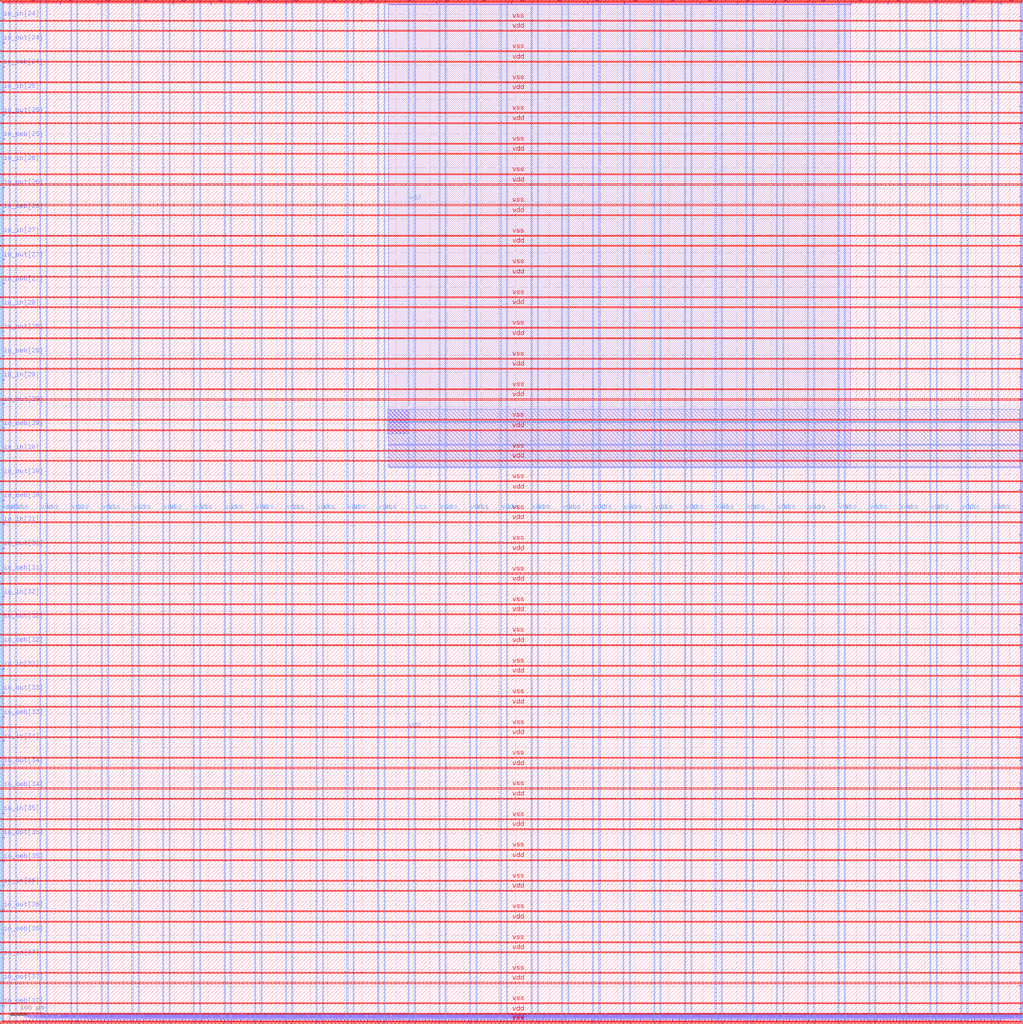
<source format=lef>
VERSION 5.7 ;
  NOWIREEXTENSIONATPIN ON ;
  DIVIDERCHAR "/" ;
  BUSBITCHARS "[]" ;
MACRO user_project_wrapper
  CLASS BLOCK ;
  FOREIGN user_project_wrapper ;
  ORIGIN 0.000 0.000 ;
  SIZE 2980.200 BY 2980.200 ;
  PIN io_in[0]
    DIRECTION INPUT ;
    USE SIGNAL ;
    PORT
      LAYER Metal3 ;
        RECT 2977.800 35.560 2985.000 36.680 ;
    END
  END io_in[0]
  PIN io_in[10]
    DIRECTION INPUT ;
    USE SIGNAL ;
    PORT
      LAYER Metal3 ;
        RECT 2977.800 2017.960 2985.000 2019.080 ;
    END
  END io_in[10]
  PIN io_in[11]
    DIRECTION INPUT ;
    USE SIGNAL ;
    PORT
      LAYER Metal3 ;
        RECT 2977.800 2216.200 2985.000 2217.320 ;
    END
  END io_in[11]
  PIN io_in[12]
    DIRECTION INPUT ;
    USE SIGNAL ;
    PORT
      LAYER Metal3 ;
        RECT 2977.800 2414.440 2985.000 2415.560 ;
    END
  END io_in[12]
  PIN io_in[13]
    DIRECTION INPUT ;
    USE SIGNAL ;
    PORT
      LAYER Metal3 ;
        RECT 2977.800 2612.680 2985.000 2613.800 ;
    END
  END io_in[13]
  PIN io_in[14]
    DIRECTION INPUT ;
    USE SIGNAL ;
    PORT
      LAYER Metal3 ;
        RECT 2977.800 2810.920 2985.000 2812.040 ;
    END
  END io_in[14]
  PIN io_in[15]
    DIRECTION INPUT ;
    USE SIGNAL ;
    PORT
      LAYER Metal2 ;
        RECT 2923.480 2977.800 2924.600 2985.000 ;
    END
  END io_in[15]
  PIN io_in[16]
    DIRECTION INPUT ;
    USE SIGNAL ;
    PORT
      LAYER Metal2 ;
        RECT 2592.520 2977.800 2593.640 2985.000 ;
    END
  END io_in[16]
  PIN io_in[17]
    DIRECTION INPUT ;
    USE SIGNAL ;
    PORT
      LAYER Metal2 ;
        RECT 2261.560 2977.800 2262.680 2985.000 ;
    END
  END io_in[17]
  PIN io_in[18]
    DIRECTION INPUT ;
    USE SIGNAL ;
    PORT
      LAYER Metal2 ;
        RECT 1930.600 2977.800 1931.720 2985.000 ;
    END
  END io_in[18]
  PIN io_in[19]
    DIRECTION INPUT ;
    USE SIGNAL ;
    PORT
      LAYER Metal2 ;
        RECT 1599.640 2977.800 1600.760 2985.000 ;
    END
  END io_in[19]
  PIN io_in[1]
    DIRECTION INPUT ;
    USE SIGNAL ;
    PORT
      LAYER Metal3 ;
        RECT 2977.800 233.800 2985.000 234.920 ;
    END
  END io_in[1]
  PIN io_in[20]
    DIRECTION INPUT ;
    USE SIGNAL ;
    PORT
      LAYER Metal2 ;
        RECT 1268.680 2977.800 1269.800 2985.000 ;
    END
  END io_in[20]
  PIN io_in[21]
    DIRECTION INPUT ;
    USE SIGNAL ;
    PORT
      LAYER Metal2 ;
        RECT 937.720 2977.800 938.840 2985.000 ;
    END
  END io_in[21]
  PIN io_in[22]
    DIRECTION INPUT ;
    USE SIGNAL ;
    PORT
      LAYER Metal2 ;
        RECT 606.760 2977.800 607.880 2985.000 ;
    END
  END io_in[22]
  PIN io_in[23]
    DIRECTION INPUT ;
    USE SIGNAL ;
    PORT
      LAYER Metal2 ;
        RECT 275.800 2977.800 276.920 2985.000 ;
    END
  END io_in[23]
  PIN io_in[24]
    DIRECTION INPUT ;
    USE SIGNAL ;
    PORT
      LAYER Metal3 ;
        RECT -4.800 2935.800 2.400 2936.920 ;
    END
  END io_in[24]
  PIN io_in[25]
    DIRECTION INPUT ;
    USE SIGNAL ;
    PORT
      LAYER Metal3 ;
        RECT -4.800 2724.120 2.400 2725.240 ;
    END
  END io_in[25]
  PIN io_in[26]
    DIRECTION INPUT ;
    USE SIGNAL ;
    PORT
      LAYER Metal3 ;
        RECT -4.800 2512.440 2.400 2513.560 ;
    END
  END io_in[26]
  PIN io_in[27]
    DIRECTION INPUT ;
    USE SIGNAL ;
    PORT
      LAYER Metal3 ;
        RECT -4.800 2300.760 2.400 2301.880 ;
    END
  END io_in[27]
  PIN io_in[28]
    DIRECTION INPUT ;
    USE SIGNAL ;
    PORT
      LAYER Metal3 ;
        RECT -4.800 2089.080 2.400 2090.200 ;
    END
  END io_in[28]
  PIN io_in[29]
    DIRECTION INPUT ;
    USE SIGNAL ;
    PORT
      LAYER Metal3 ;
        RECT -4.800 1877.400 2.400 1878.520 ;
    END
  END io_in[29]
  PIN io_in[2]
    DIRECTION INPUT ;
    USE SIGNAL ;
    PORT
      LAYER Metal3 ;
        RECT 2977.800 432.040 2985.000 433.160 ;
    END
  END io_in[2]
  PIN io_in[30]
    DIRECTION INPUT ;
    USE SIGNAL ;
    PORT
      LAYER Metal3 ;
        RECT -4.800 1665.720 2.400 1666.840 ;
    END
  END io_in[30]
  PIN io_in[31]
    DIRECTION INPUT ;
    USE SIGNAL ;
    PORT
      LAYER Metal3 ;
        RECT -4.800 1454.040 2.400 1455.160 ;
    END
  END io_in[31]
  PIN io_in[32]
    DIRECTION INPUT ;
    USE SIGNAL ;
    PORT
      LAYER Metal3 ;
        RECT -4.800 1242.360 2.400 1243.480 ;
    END
  END io_in[32]
  PIN io_in[33]
    DIRECTION INPUT ;
    USE SIGNAL ;
    PORT
      LAYER Metal3 ;
        RECT -4.800 1030.680 2.400 1031.800 ;
    END
  END io_in[33]
  PIN io_in[34]
    DIRECTION INPUT ;
    USE SIGNAL ;
    PORT
      LAYER Metal3 ;
        RECT -4.800 819.000 2.400 820.120 ;
    END
  END io_in[34]
  PIN io_in[35]
    DIRECTION INPUT ;
    USE SIGNAL ;
    PORT
      LAYER Metal3 ;
        RECT -4.800 607.320 2.400 608.440 ;
    END
  END io_in[35]
  PIN io_in[36]
    DIRECTION INPUT ;
    USE SIGNAL ;
    PORT
      LAYER Metal3 ;
        RECT -4.800 395.640 2.400 396.760 ;
    END
  END io_in[36]
  PIN io_in[37]
    DIRECTION INPUT ;
    USE SIGNAL ;
    PORT
      LAYER Metal3 ;
        RECT -4.800 183.960 2.400 185.080 ;
    END
  END io_in[37]
  PIN io_in[3]
    DIRECTION INPUT ;
    USE SIGNAL ;
    PORT
      LAYER Metal3 ;
        RECT 2977.800 630.280 2985.000 631.400 ;
    END
  END io_in[3]
  PIN io_in[4]
    DIRECTION INPUT ;
    USE SIGNAL ;
    PORT
      LAYER Metal3 ;
        RECT 2977.800 828.520 2985.000 829.640 ;
    END
  END io_in[4]
  PIN io_in[5]
    DIRECTION INPUT ;
    USE SIGNAL ;
    PORT
      LAYER Metal3 ;
        RECT 2977.800 1026.760 2985.000 1027.880 ;
    END
  END io_in[5]
  PIN io_in[6]
    DIRECTION INPUT ;
    USE SIGNAL ;
    PORT
      LAYER Metal3 ;
        RECT 2977.800 1225.000 2985.000 1226.120 ;
    END
  END io_in[6]
  PIN io_in[7]
    DIRECTION INPUT ;
    USE SIGNAL ;
    PORT
      LAYER Metal3 ;
        RECT 2977.800 1423.240 2985.000 1424.360 ;
    END
  END io_in[7]
  PIN io_in[8]
    DIRECTION INPUT ;
    USE SIGNAL ;
    PORT
      LAYER Metal3 ;
        RECT 2977.800 1621.480 2985.000 1622.600 ;
    END
  END io_in[8]
  PIN io_in[9]
    DIRECTION INPUT ;
    USE SIGNAL ;
    PORT
      LAYER Metal3 ;
        RECT 2977.800 1819.720 2985.000 1820.840 ;
    END
  END io_in[9]
  PIN io_oeb[0]
    DIRECTION OUTPUT TRISTATE ;
    USE SIGNAL ;
    PORT
      LAYER Metal3 ;
        RECT 2977.800 167.720 2985.000 168.840 ;
    END
  END io_oeb[0]
  PIN io_oeb[10]
    DIRECTION OUTPUT TRISTATE ;
    USE SIGNAL ;
    PORT
      LAYER Metal3 ;
        RECT 2977.800 2150.120 2985.000 2151.240 ;
    END
  END io_oeb[10]
  PIN io_oeb[11]
    DIRECTION OUTPUT TRISTATE ;
    USE SIGNAL ;
    PORT
      LAYER Metal3 ;
        RECT 2977.800 2348.360 2985.000 2349.480 ;
    END
  END io_oeb[11]
  PIN io_oeb[12]
    DIRECTION OUTPUT TRISTATE ;
    USE SIGNAL ;
    PORT
      LAYER Metal3 ;
        RECT 2977.800 2546.600 2985.000 2547.720 ;
    END
  END io_oeb[12]
  PIN io_oeb[13]
    DIRECTION OUTPUT TRISTATE ;
    USE SIGNAL ;
    PORT
      LAYER Metal3 ;
        RECT 2977.800 2744.840 2985.000 2745.960 ;
    END
  END io_oeb[13]
  PIN io_oeb[14]
    DIRECTION OUTPUT TRISTATE ;
    USE SIGNAL ;
    PORT
      LAYER Metal3 ;
        RECT 2977.800 2943.080 2985.000 2944.200 ;
    END
  END io_oeb[14]
  PIN io_oeb[15]
    DIRECTION OUTPUT TRISTATE ;
    USE SIGNAL ;
    PORT
      LAYER Metal2 ;
        RECT 2702.840 2977.800 2703.960 2985.000 ;
    END
  END io_oeb[15]
  PIN io_oeb[16]
    DIRECTION OUTPUT TRISTATE ;
    USE SIGNAL ;
    PORT
      LAYER Metal2 ;
        RECT 2371.880 2977.800 2373.000 2985.000 ;
    END
  END io_oeb[16]
  PIN io_oeb[17]
    DIRECTION OUTPUT TRISTATE ;
    USE SIGNAL ;
    PORT
      LAYER Metal2 ;
        RECT 2040.920 2977.800 2042.040 2985.000 ;
    END
  END io_oeb[17]
  PIN io_oeb[18]
    DIRECTION OUTPUT TRISTATE ;
    USE SIGNAL ;
    PORT
      LAYER Metal2 ;
        RECT 1709.960 2977.800 1711.080 2985.000 ;
    END
  END io_oeb[18]
  PIN io_oeb[19]
    DIRECTION OUTPUT TRISTATE ;
    USE SIGNAL ;
    PORT
      LAYER Metal2 ;
        RECT 1379.000 2977.800 1380.120 2985.000 ;
    END
  END io_oeb[19]
  PIN io_oeb[1]
    DIRECTION OUTPUT TRISTATE ;
    USE SIGNAL ;
    PORT
      LAYER Metal3 ;
        RECT 2977.800 365.960 2985.000 367.080 ;
    END
  END io_oeb[1]
  PIN io_oeb[20]
    DIRECTION OUTPUT TRISTATE ;
    USE SIGNAL ;
    PORT
      LAYER Metal2 ;
        RECT 1048.040 2977.800 1049.160 2985.000 ;
    END
  END io_oeb[20]
  PIN io_oeb[21]
    DIRECTION OUTPUT TRISTATE ;
    USE SIGNAL ;
    PORT
      LAYER Metal2 ;
        RECT 717.080 2977.800 718.200 2985.000 ;
    END
  END io_oeb[21]
  PIN io_oeb[22]
    DIRECTION OUTPUT TRISTATE ;
    USE SIGNAL ;
    PORT
      LAYER Metal2 ;
        RECT 386.120 2977.800 387.240 2985.000 ;
    END
  END io_oeb[22]
  PIN io_oeb[23]
    DIRECTION OUTPUT TRISTATE ;
    USE SIGNAL ;
    PORT
      LAYER Metal2 ;
        RECT 55.160 2977.800 56.280 2985.000 ;
    END
  END io_oeb[23]
  PIN io_oeb[24]
    DIRECTION OUTPUT TRISTATE ;
    USE SIGNAL ;
    PORT
      LAYER Metal3 ;
        RECT -4.800 2794.680 2.400 2795.800 ;
    END
  END io_oeb[24]
  PIN io_oeb[25]
    DIRECTION OUTPUT TRISTATE ;
    USE SIGNAL ;
    PORT
      LAYER Metal3 ;
        RECT -4.800 2583.000 2.400 2584.120 ;
    END
  END io_oeb[25]
  PIN io_oeb[26]
    DIRECTION OUTPUT TRISTATE ;
    USE SIGNAL ;
    PORT
      LAYER Metal3 ;
        RECT -4.800 2371.320 2.400 2372.440 ;
    END
  END io_oeb[26]
  PIN io_oeb[27]
    DIRECTION OUTPUT TRISTATE ;
    USE SIGNAL ;
    PORT
      LAYER Metal3 ;
        RECT -4.800 2159.640 2.400 2160.760 ;
    END
  END io_oeb[27]
  PIN io_oeb[28]
    DIRECTION OUTPUT TRISTATE ;
    USE SIGNAL ;
    PORT
      LAYER Metal3 ;
        RECT -4.800 1947.960 2.400 1949.080 ;
    END
  END io_oeb[28]
  PIN io_oeb[29]
    DIRECTION OUTPUT TRISTATE ;
    USE SIGNAL ;
    PORT
      LAYER Metal3 ;
        RECT -4.800 1736.280 2.400 1737.400 ;
    END
  END io_oeb[29]
  PIN io_oeb[2]
    DIRECTION OUTPUT TRISTATE ;
    USE SIGNAL ;
    PORT
      LAYER Metal3 ;
        RECT 2977.800 564.200 2985.000 565.320 ;
    END
  END io_oeb[2]
  PIN io_oeb[30]
    DIRECTION OUTPUT TRISTATE ;
    USE SIGNAL ;
    PORT
      LAYER Metal3 ;
        RECT -4.800 1524.600 2.400 1525.720 ;
    END
  END io_oeb[30]
  PIN io_oeb[31]
    DIRECTION OUTPUT TRISTATE ;
    USE SIGNAL ;
    PORT
      LAYER Metal3 ;
        RECT -4.800 1312.920 2.400 1314.040 ;
    END
  END io_oeb[31]
  PIN io_oeb[32]
    DIRECTION OUTPUT TRISTATE ;
    USE SIGNAL ;
    PORT
      LAYER Metal3 ;
        RECT -4.800 1101.240 2.400 1102.360 ;
    END
  END io_oeb[32]
  PIN io_oeb[33]
    DIRECTION OUTPUT TRISTATE ;
    USE SIGNAL ;
    PORT
      LAYER Metal3 ;
        RECT -4.800 889.560 2.400 890.680 ;
    END
  END io_oeb[33]
  PIN io_oeb[34]
    DIRECTION OUTPUT TRISTATE ;
    USE SIGNAL ;
    PORT
      LAYER Metal3 ;
        RECT -4.800 677.880 2.400 679.000 ;
    END
  END io_oeb[34]
  PIN io_oeb[35]
    DIRECTION OUTPUT TRISTATE ;
    USE SIGNAL ;
    PORT
      LAYER Metal3 ;
        RECT -4.800 466.200 2.400 467.320 ;
    END
  END io_oeb[35]
  PIN io_oeb[36]
    DIRECTION OUTPUT TRISTATE ;
    USE SIGNAL ;
    PORT
      LAYER Metal3 ;
        RECT -4.800 254.520 2.400 255.640 ;
    END
  END io_oeb[36]
  PIN io_oeb[37]
    DIRECTION OUTPUT TRISTATE ;
    USE SIGNAL ;
    PORT
      LAYER Metal3 ;
        RECT -4.800 42.840 2.400 43.960 ;
    END
  END io_oeb[37]
  PIN io_oeb[3]
    DIRECTION OUTPUT TRISTATE ;
    USE SIGNAL ;
    PORT
      LAYER Metal3 ;
        RECT 2977.800 762.440 2985.000 763.560 ;
    END
  END io_oeb[3]
  PIN io_oeb[4]
    DIRECTION OUTPUT TRISTATE ;
    USE SIGNAL ;
    PORT
      LAYER Metal3 ;
        RECT 2977.800 960.680 2985.000 961.800 ;
    END
  END io_oeb[4]
  PIN io_oeb[5]
    DIRECTION OUTPUT TRISTATE ;
    USE SIGNAL ;
    PORT
      LAYER Metal3 ;
        RECT 2977.800 1158.920 2985.000 1160.040 ;
    END
  END io_oeb[5]
  PIN io_oeb[6]
    DIRECTION OUTPUT TRISTATE ;
    USE SIGNAL ;
    PORT
      LAYER Metal3 ;
        RECT 2977.800 1357.160 2985.000 1358.280 ;
    END
  END io_oeb[6]
  PIN io_oeb[7]
    DIRECTION OUTPUT TRISTATE ;
    USE SIGNAL ;
    PORT
      LAYER Metal3 ;
        RECT 2977.800 1555.400 2985.000 1556.520 ;
    END
  END io_oeb[7]
  PIN io_oeb[8]
    DIRECTION OUTPUT TRISTATE ;
    USE SIGNAL ;
    PORT
      LAYER Metal3 ;
        RECT 2977.800 1753.640 2985.000 1754.760 ;
    END
  END io_oeb[8]
  PIN io_oeb[9]
    DIRECTION OUTPUT TRISTATE ;
    USE SIGNAL ;
    PORT
      LAYER Metal3 ;
        RECT 2977.800 1951.880 2985.000 1953.000 ;
    END
  END io_oeb[9]
  PIN io_out[0]
    DIRECTION OUTPUT TRISTATE ;
    USE SIGNAL ;
    PORT
      LAYER Metal3 ;
        RECT 2977.800 101.640 2985.000 102.760 ;
    END
  END io_out[0]
  PIN io_out[10]
    DIRECTION OUTPUT TRISTATE ;
    USE SIGNAL ;
    PORT
      LAYER Metal3 ;
        RECT 2977.800 2084.040 2985.000 2085.160 ;
    END
  END io_out[10]
  PIN io_out[11]
    DIRECTION OUTPUT TRISTATE ;
    USE SIGNAL ;
    PORT
      LAYER Metal3 ;
        RECT 2977.800 2282.280 2985.000 2283.400 ;
    END
  END io_out[11]
  PIN io_out[12]
    DIRECTION OUTPUT TRISTATE ;
    USE SIGNAL ;
    PORT
      LAYER Metal3 ;
        RECT 2977.800 2480.520 2985.000 2481.640 ;
    END
  END io_out[12]
  PIN io_out[13]
    DIRECTION OUTPUT TRISTATE ;
    USE SIGNAL ;
    PORT
      LAYER Metal3 ;
        RECT 2977.800 2678.760 2985.000 2679.880 ;
    END
  END io_out[13]
  PIN io_out[14]
    DIRECTION OUTPUT TRISTATE ;
    USE SIGNAL ;
    PORT
      LAYER Metal3 ;
        RECT 2977.800 2877.000 2985.000 2878.120 ;
    END
  END io_out[14]
  PIN io_out[15]
    DIRECTION OUTPUT TRISTATE ;
    USE SIGNAL ;
    PORT
      LAYER Metal2 ;
        RECT 2813.160 2977.800 2814.280 2985.000 ;
    END
  END io_out[15]
  PIN io_out[16]
    DIRECTION OUTPUT TRISTATE ;
    USE SIGNAL ;
    PORT
      LAYER Metal2 ;
        RECT 2482.200 2977.800 2483.320 2985.000 ;
    END
  END io_out[16]
  PIN io_out[17]
    DIRECTION OUTPUT TRISTATE ;
    USE SIGNAL ;
    PORT
      LAYER Metal2 ;
        RECT 2151.240 2977.800 2152.360 2985.000 ;
    END
  END io_out[17]
  PIN io_out[18]
    DIRECTION OUTPUT TRISTATE ;
    USE SIGNAL ;
    PORT
      LAYER Metal2 ;
        RECT 1820.280 2977.800 1821.400 2985.000 ;
    END
  END io_out[18]
  PIN io_out[19]
    DIRECTION OUTPUT TRISTATE ;
    USE SIGNAL ;
    PORT
      LAYER Metal2 ;
        RECT 1489.320 2977.800 1490.440 2985.000 ;
    END
  END io_out[19]
  PIN io_out[1]
    DIRECTION OUTPUT TRISTATE ;
    USE SIGNAL ;
    PORT
      LAYER Metal3 ;
        RECT 2977.800 299.880 2985.000 301.000 ;
    END
  END io_out[1]
  PIN io_out[20]
    DIRECTION OUTPUT TRISTATE ;
    USE SIGNAL ;
    PORT
      LAYER Metal2 ;
        RECT 1158.360 2977.800 1159.480 2985.000 ;
    END
  END io_out[20]
  PIN io_out[21]
    DIRECTION OUTPUT TRISTATE ;
    USE SIGNAL ;
    PORT
      LAYER Metal2 ;
        RECT 827.400 2977.800 828.520 2985.000 ;
    END
  END io_out[21]
  PIN io_out[22]
    DIRECTION OUTPUT TRISTATE ;
    USE SIGNAL ;
    PORT
      LAYER Metal2 ;
        RECT 496.440 2977.800 497.560 2985.000 ;
    END
  END io_out[22]
  PIN io_out[23]
    DIRECTION OUTPUT TRISTATE ;
    USE SIGNAL ;
    PORT
      LAYER Metal2 ;
        RECT 165.480 2977.800 166.600 2985.000 ;
    END
  END io_out[23]
  PIN io_out[24]
    DIRECTION OUTPUT TRISTATE ;
    USE SIGNAL ;
    PORT
      LAYER Metal3 ;
        RECT -4.800 2865.240 2.400 2866.360 ;
    END
  END io_out[24]
  PIN io_out[25]
    DIRECTION OUTPUT TRISTATE ;
    USE SIGNAL ;
    PORT
      LAYER Metal3 ;
        RECT -4.800 2653.560 2.400 2654.680 ;
    END
  END io_out[25]
  PIN io_out[26]
    DIRECTION OUTPUT TRISTATE ;
    USE SIGNAL ;
    PORT
      LAYER Metal3 ;
        RECT -4.800 2441.880 2.400 2443.000 ;
    END
  END io_out[26]
  PIN io_out[27]
    DIRECTION OUTPUT TRISTATE ;
    USE SIGNAL ;
    PORT
      LAYER Metal3 ;
        RECT -4.800 2230.200 2.400 2231.320 ;
    END
  END io_out[27]
  PIN io_out[28]
    DIRECTION OUTPUT TRISTATE ;
    USE SIGNAL ;
    PORT
      LAYER Metal3 ;
        RECT -4.800 2018.520 2.400 2019.640 ;
    END
  END io_out[28]
  PIN io_out[29]
    DIRECTION OUTPUT TRISTATE ;
    USE SIGNAL ;
    PORT
      LAYER Metal3 ;
        RECT -4.800 1806.840 2.400 1807.960 ;
    END
  END io_out[29]
  PIN io_out[2]
    DIRECTION OUTPUT TRISTATE ;
    USE SIGNAL ;
    PORT
      LAYER Metal3 ;
        RECT 2977.800 498.120 2985.000 499.240 ;
    END
  END io_out[2]
  PIN io_out[30]
    DIRECTION OUTPUT TRISTATE ;
    USE SIGNAL ;
    PORT
      LAYER Metal3 ;
        RECT -4.800 1595.160 2.400 1596.280 ;
    END
  END io_out[30]
  PIN io_out[31]
    DIRECTION OUTPUT TRISTATE ;
    USE SIGNAL ;
    PORT
      LAYER Metal3 ;
        RECT -4.800 1383.480 2.400 1384.600 ;
    END
  END io_out[31]
  PIN io_out[32]
    DIRECTION OUTPUT TRISTATE ;
    USE SIGNAL ;
    PORT
      LAYER Metal3 ;
        RECT -4.800 1171.800 2.400 1172.920 ;
    END
  END io_out[32]
  PIN io_out[33]
    DIRECTION OUTPUT TRISTATE ;
    USE SIGNAL ;
    PORT
      LAYER Metal3 ;
        RECT -4.800 960.120 2.400 961.240 ;
    END
  END io_out[33]
  PIN io_out[34]
    DIRECTION OUTPUT TRISTATE ;
    USE SIGNAL ;
    PORT
      LAYER Metal3 ;
        RECT -4.800 748.440 2.400 749.560 ;
    END
  END io_out[34]
  PIN io_out[35]
    DIRECTION OUTPUT TRISTATE ;
    USE SIGNAL ;
    PORT
      LAYER Metal3 ;
        RECT -4.800 536.760 2.400 537.880 ;
    END
  END io_out[35]
  PIN io_out[36]
    DIRECTION OUTPUT TRISTATE ;
    USE SIGNAL ;
    PORT
      LAYER Metal3 ;
        RECT -4.800 325.080 2.400 326.200 ;
    END
  END io_out[36]
  PIN io_out[37]
    DIRECTION OUTPUT TRISTATE ;
    USE SIGNAL ;
    PORT
      LAYER Metal3 ;
        RECT -4.800 113.400 2.400 114.520 ;
    END
  END io_out[37]
  PIN io_out[3]
    DIRECTION OUTPUT TRISTATE ;
    USE SIGNAL ;
    PORT
      LAYER Metal3 ;
        RECT 2977.800 696.360 2985.000 697.480 ;
    END
  END io_out[3]
  PIN io_out[4]
    DIRECTION OUTPUT TRISTATE ;
    USE SIGNAL ;
    PORT
      LAYER Metal3 ;
        RECT 2977.800 894.600 2985.000 895.720 ;
    END
  END io_out[4]
  PIN io_out[5]
    DIRECTION OUTPUT TRISTATE ;
    USE SIGNAL ;
    PORT
      LAYER Metal3 ;
        RECT 2977.800 1092.840 2985.000 1093.960 ;
    END
  END io_out[5]
  PIN io_out[6]
    DIRECTION OUTPUT TRISTATE ;
    USE SIGNAL ;
    PORT
      LAYER Metal3 ;
        RECT 2977.800 1291.080 2985.000 1292.200 ;
    END
  END io_out[6]
  PIN io_out[7]
    DIRECTION OUTPUT TRISTATE ;
    USE SIGNAL ;
    PORT
      LAYER Metal3 ;
        RECT 2977.800 1489.320 2985.000 1490.440 ;
    END
  END io_out[7]
  PIN io_out[8]
    DIRECTION OUTPUT TRISTATE ;
    USE SIGNAL ;
    PORT
      LAYER Metal3 ;
        RECT 2977.800 1687.560 2985.000 1688.680 ;
    END
  END io_out[8]
  PIN io_out[9]
    DIRECTION OUTPUT TRISTATE ;
    USE SIGNAL ;
    PORT
      LAYER Metal3 ;
        RECT 2977.800 1885.800 2985.000 1886.920 ;
    END
  END io_out[9]
  PIN la_data_in[0]
    DIRECTION INPUT ;
    USE SIGNAL ;
    PORT
      LAYER Metal2 ;
        RECT 1065.960 -4.800 1067.080 2.400 ;
    END
  END la_data_in[0]
  PIN la_data_in[10]
    DIRECTION INPUT ;
    USE SIGNAL ;
    PORT
      LAYER Metal2 ;
        RECT 1351.560 -4.800 1352.680 2.400 ;
    END
  END la_data_in[10]
  PIN la_data_in[11]
    DIRECTION INPUT ;
    USE SIGNAL ;
    PORT
      LAYER Metal2 ;
        RECT 1380.120 -4.800 1381.240 2.400 ;
    END
  END la_data_in[11]
  PIN la_data_in[12]
    DIRECTION INPUT ;
    USE SIGNAL ;
    PORT
      LAYER Metal2 ;
        RECT 1408.680 -4.800 1409.800 2.400 ;
    END
  END la_data_in[12]
  PIN la_data_in[13]
    DIRECTION INPUT ;
    USE SIGNAL ;
    PORT
      LAYER Metal2 ;
        RECT 1437.240 -4.800 1438.360 2.400 ;
    END
  END la_data_in[13]
  PIN la_data_in[14]
    DIRECTION INPUT ;
    USE SIGNAL ;
    PORT
      LAYER Metal2 ;
        RECT 1465.800 -4.800 1466.920 2.400 ;
    END
  END la_data_in[14]
  PIN la_data_in[15]
    DIRECTION INPUT ;
    USE SIGNAL ;
    PORT
      LAYER Metal2 ;
        RECT 1494.360 -4.800 1495.480 2.400 ;
    END
  END la_data_in[15]
  PIN la_data_in[16]
    DIRECTION INPUT ;
    USE SIGNAL ;
    PORT
      LAYER Metal2 ;
        RECT 1522.920 -4.800 1524.040 2.400 ;
    END
  END la_data_in[16]
  PIN la_data_in[17]
    DIRECTION INPUT ;
    USE SIGNAL ;
    PORT
      LAYER Metal2 ;
        RECT 1551.480 -4.800 1552.600 2.400 ;
    END
  END la_data_in[17]
  PIN la_data_in[18]
    DIRECTION INPUT ;
    USE SIGNAL ;
    PORT
      LAYER Metal2 ;
        RECT 1580.040 -4.800 1581.160 2.400 ;
    END
  END la_data_in[18]
  PIN la_data_in[19]
    DIRECTION INPUT ;
    USE SIGNAL ;
    PORT
      LAYER Metal2 ;
        RECT 1608.600 -4.800 1609.720 2.400 ;
    END
  END la_data_in[19]
  PIN la_data_in[1]
    DIRECTION INPUT ;
    USE SIGNAL ;
    PORT
      LAYER Metal2 ;
        RECT 1094.520 -4.800 1095.640 2.400 ;
    END
  END la_data_in[1]
  PIN la_data_in[20]
    DIRECTION INPUT ;
    USE SIGNAL ;
    PORT
      LAYER Metal2 ;
        RECT 1637.160 -4.800 1638.280 2.400 ;
    END
  END la_data_in[20]
  PIN la_data_in[21]
    DIRECTION INPUT ;
    USE SIGNAL ;
    PORT
      LAYER Metal2 ;
        RECT 1665.720 -4.800 1666.840 2.400 ;
    END
  END la_data_in[21]
  PIN la_data_in[22]
    DIRECTION INPUT ;
    USE SIGNAL ;
    PORT
      LAYER Metal2 ;
        RECT 1694.280 -4.800 1695.400 2.400 ;
    END
  END la_data_in[22]
  PIN la_data_in[23]
    DIRECTION INPUT ;
    USE SIGNAL ;
    PORT
      LAYER Metal2 ;
        RECT 1722.840 -4.800 1723.960 2.400 ;
    END
  END la_data_in[23]
  PIN la_data_in[24]
    DIRECTION INPUT ;
    USE SIGNAL ;
    PORT
      LAYER Metal2 ;
        RECT 1751.400 -4.800 1752.520 2.400 ;
    END
  END la_data_in[24]
  PIN la_data_in[25]
    DIRECTION INPUT ;
    USE SIGNAL ;
    PORT
      LAYER Metal2 ;
        RECT 1779.960 -4.800 1781.080 2.400 ;
    END
  END la_data_in[25]
  PIN la_data_in[26]
    DIRECTION INPUT ;
    USE SIGNAL ;
    PORT
      LAYER Metal2 ;
        RECT 1808.520 -4.800 1809.640 2.400 ;
    END
  END la_data_in[26]
  PIN la_data_in[27]
    DIRECTION INPUT ;
    USE SIGNAL ;
    PORT
      LAYER Metal2 ;
        RECT 1837.080 -4.800 1838.200 2.400 ;
    END
  END la_data_in[27]
  PIN la_data_in[28]
    DIRECTION INPUT ;
    USE SIGNAL ;
    PORT
      LAYER Metal2 ;
        RECT 1865.640 -4.800 1866.760 2.400 ;
    END
  END la_data_in[28]
  PIN la_data_in[29]
    DIRECTION INPUT ;
    USE SIGNAL ;
    PORT
      LAYER Metal2 ;
        RECT 1894.200 -4.800 1895.320 2.400 ;
    END
  END la_data_in[29]
  PIN la_data_in[2]
    DIRECTION INPUT ;
    USE SIGNAL ;
    PORT
      LAYER Metal2 ;
        RECT 1123.080 -4.800 1124.200 2.400 ;
    END
  END la_data_in[2]
  PIN la_data_in[30]
    DIRECTION INPUT ;
    USE SIGNAL ;
    PORT
      LAYER Metal2 ;
        RECT 1922.760 -4.800 1923.880 2.400 ;
    END
  END la_data_in[30]
  PIN la_data_in[31]
    DIRECTION INPUT ;
    USE SIGNAL ;
    PORT
      LAYER Metal2 ;
        RECT 1951.320 -4.800 1952.440 2.400 ;
    END
  END la_data_in[31]
  PIN la_data_in[32]
    DIRECTION INPUT ;
    USE SIGNAL ;
    PORT
      LAYER Metal2 ;
        RECT 1979.880 -4.800 1981.000 2.400 ;
    END
  END la_data_in[32]
  PIN la_data_in[33]
    DIRECTION INPUT ;
    USE SIGNAL ;
    PORT
      LAYER Metal2 ;
        RECT 2008.440 -4.800 2009.560 2.400 ;
    END
  END la_data_in[33]
  PIN la_data_in[34]
    DIRECTION INPUT ;
    USE SIGNAL ;
    PORT
      LAYER Metal2 ;
        RECT 2037.000 -4.800 2038.120 2.400 ;
    END
  END la_data_in[34]
  PIN la_data_in[35]
    DIRECTION INPUT ;
    USE SIGNAL ;
    PORT
      LAYER Metal2 ;
        RECT 2065.560 -4.800 2066.680 2.400 ;
    END
  END la_data_in[35]
  PIN la_data_in[36]
    DIRECTION INPUT ;
    USE SIGNAL ;
    PORT
      LAYER Metal2 ;
        RECT 2094.120 -4.800 2095.240 2.400 ;
    END
  END la_data_in[36]
  PIN la_data_in[37]
    DIRECTION INPUT ;
    USE SIGNAL ;
    PORT
      LAYER Metal2 ;
        RECT 2122.680 -4.800 2123.800 2.400 ;
    END
  END la_data_in[37]
  PIN la_data_in[38]
    DIRECTION INPUT ;
    USE SIGNAL ;
    PORT
      LAYER Metal2 ;
        RECT 2151.240 -4.800 2152.360 2.400 ;
    END
  END la_data_in[38]
  PIN la_data_in[39]
    DIRECTION INPUT ;
    USE SIGNAL ;
    PORT
      LAYER Metal2 ;
        RECT 2179.800 -4.800 2180.920 2.400 ;
    END
  END la_data_in[39]
  PIN la_data_in[3]
    DIRECTION INPUT ;
    USE SIGNAL ;
    PORT
      LAYER Metal2 ;
        RECT 1151.640 -4.800 1152.760 2.400 ;
    END
  END la_data_in[3]
  PIN la_data_in[40]
    DIRECTION INPUT ;
    USE SIGNAL ;
    PORT
      LAYER Metal2 ;
        RECT 2208.360 -4.800 2209.480 2.400 ;
    END
  END la_data_in[40]
  PIN la_data_in[41]
    DIRECTION INPUT ;
    USE SIGNAL ;
    PORT
      LAYER Metal2 ;
        RECT 2236.920 -4.800 2238.040 2.400 ;
    END
  END la_data_in[41]
  PIN la_data_in[42]
    DIRECTION INPUT ;
    USE SIGNAL ;
    PORT
      LAYER Metal2 ;
        RECT 2265.480 -4.800 2266.600 2.400 ;
    END
  END la_data_in[42]
  PIN la_data_in[43]
    DIRECTION INPUT ;
    USE SIGNAL ;
    PORT
      LAYER Metal2 ;
        RECT 2294.040 -4.800 2295.160 2.400 ;
    END
  END la_data_in[43]
  PIN la_data_in[44]
    DIRECTION INPUT ;
    USE SIGNAL ;
    PORT
      LAYER Metal2 ;
        RECT 2322.600 -4.800 2323.720 2.400 ;
    END
  END la_data_in[44]
  PIN la_data_in[45]
    DIRECTION INPUT ;
    USE SIGNAL ;
    PORT
      LAYER Metal2 ;
        RECT 2351.160 -4.800 2352.280 2.400 ;
    END
  END la_data_in[45]
  PIN la_data_in[46]
    DIRECTION INPUT ;
    USE SIGNAL ;
    PORT
      LAYER Metal2 ;
        RECT 2379.720 -4.800 2380.840 2.400 ;
    END
  END la_data_in[46]
  PIN la_data_in[47]
    DIRECTION INPUT ;
    USE SIGNAL ;
    PORT
      LAYER Metal2 ;
        RECT 2408.280 -4.800 2409.400 2.400 ;
    END
  END la_data_in[47]
  PIN la_data_in[48]
    DIRECTION INPUT ;
    USE SIGNAL ;
    PORT
      LAYER Metal2 ;
        RECT 2436.840 -4.800 2437.960 2.400 ;
    END
  END la_data_in[48]
  PIN la_data_in[49]
    DIRECTION INPUT ;
    USE SIGNAL ;
    PORT
      LAYER Metal2 ;
        RECT 2465.400 -4.800 2466.520 2.400 ;
    END
  END la_data_in[49]
  PIN la_data_in[4]
    DIRECTION INPUT ;
    USE SIGNAL ;
    PORT
      LAYER Metal2 ;
        RECT 1180.200 -4.800 1181.320 2.400 ;
    END
  END la_data_in[4]
  PIN la_data_in[50]
    DIRECTION INPUT ;
    USE SIGNAL ;
    PORT
      LAYER Metal2 ;
        RECT 2493.960 -4.800 2495.080 2.400 ;
    END
  END la_data_in[50]
  PIN la_data_in[51]
    DIRECTION INPUT ;
    USE SIGNAL ;
    PORT
      LAYER Metal2 ;
        RECT 2522.520 -4.800 2523.640 2.400 ;
    END
  END la_data_in[51]
  PIN la_data_in[52]
    DIRECTION INPUT ;
    USE SIGNAL ;
    PORT
      LAYER Metal2 ;
        RECT 2551.080 -4.800 2552.200 2.400 ;
    END
  END la_data_in[52]
  PIN la_data_in[53]
    DIRECTION INPUT ;
    USE SIGNAL ;
    PORT
      LAYER Metal2 ;
        RECT 2579.640 -4.800 2580.760 2.400 ;
    END
  END la_data_in[53]
  PIN la_data_in[54]
    DIRECTION INPUT ;
    USE SIGNAL ;
    PORT
      LAYER Metal2 ;
        RECT 2608.200 -4.800 2609.320 2.400 ;
    END
  END la_data_in[54]
  PIN la_data_in[55]
    DIRECTION INPUT ;
    USE SIGNAL ;
    PORT
      LAYER Metal2 ;
        RECT 2636.760 -4.800 2637.880 2.400 ;
    END
  END la_data_in[55]
  PIN la_data_in[56]
    DIRECTION INPUT ;
    USE SIGNAL ;
    PORT
      LAYER Metal2 ;
        RECT 2665.320 -4.800 2666.440 2.400 ;
    END
  END la_data_in[56]
  PIN la_data_in[57]
    DIRECTION INPUT ;
    USE SIGNAL ;
    PORT
      LAYER Metal2 ;
        RECT 2693.880 -4.800 2695.000 2.400 ;
    END
  END la_data_in[57]
  PIN la_data_in[58]
    DIRECTION INPUT ;
    USE SIGNAL ;
    PORT
      LAYER Metal2 ;
        RECT 2722.440 -4.800 2723.560 2.400 ;
    END
  END la_data_in[58]
  PIN la_data_in[59]
    DIRECTION INPUT ;
    USE SIGNAL ;
    PORT
      LAYER Metal2 ;
        RECT 2751.000 -4.800 2752.120 2.400 ;
    END
  END la_data_in[59]
  PIN la_data_in[5]
    DIRECTION INPUT ;
    USE SIGNAL ;
    PORT
      LAYER Metal2 ;
        RECT 1208.760 -4.800 1209.880 2.400 ;
    END
  END la_data_in[5]
  PIN la_data_in[60]
    DIRECTION INPUT ;
    USE SIGNAL ;
    PORT
      LAYER Metal2 ;
        RECT 2779.560 -4.800 2780.680 2.400 ;
    END
  END la_data_in[60]
  PIN la_data_in[61]
    DIRECTION INPUT ;
    USE SIGNAL ;
    PORT
      LAYER Metal2 ;
        RECT 2808.120 -4.800 2809.240 2.400 ;
    END
  END la_data_in[61]
  PIN la_data_in[62]
    DIRECTION INPUT ;
    USE SIGNAL ;
    PORT
      LAYER Metal2 ;
        RECT 2836.680 -4.800 2837.800 2.400 ;
    END
  END la_data_in[62]
  PIN la_data_in[63]
    DIRECTION INPUT ;
    USE SIGNAL ;
    PORT
      LAYER Metal2 ;
        RECT 2865.240 -4.800 2866.360 2.400 ;
    END
  END la_data_in[63]
  PIN la_data_in[6]
    DIRECTION INPUT ;
    USE SIGNAL ;
    PORT
      LAYER Metal2 ;
        RECT 1237.320 -4.800 1238.440 2.400 ;
    END
  END la_data_in[6]
  PIN la_data_in[7]
    DIRECTION INPUT ;
    USE SIGNAL ;
    PORT
      LAYER Metal2 ;
        RECT 1265.880 -4.800 1267.000 2.400 ;
    END
  END la_data_in[7]
  PIN la_data_in[8]
    DIRECTION INPUT ;
    USE SIGNAL ;
    PORT
      LAYER Metal2 ;
        RECT 1294.440 -4.800 1295.560 2.400 ;
    END
  END la_data_in[8]
  PIN la_data_in[9]
    DIRECTION INPUT ;
    USE SIGNAL ;
    PORT
      LAYER Metal2 ;
        RECT 1323.000 -4.800 1324.120 2.400 ;
    END
  END la_data_in[9]
  PIN la_data_out[0]
    DIRECTION OUTPUT TRISTATE ;
    USE SIGNAL ;
    PORT
      LAYER Metal2 ;
        RECT 1075.480 -4.800 1076.600 2.400 ;
    END
  END la_data_out[0]
  PIN la_data_out[10]
    DIRECTION OUTPUT TRISTATE ;
    USE SIGNAL ;
    PORT
      LAYER Metal2 ;
        RECT 1361.080 -4.800 1362.200 2.400 ;
    END
  END la_data_out[10]
  PIN la_data_out[11]
    DIRECTION OUTPUT TRISTATE ;
    USE SIGNAL ;
    PORT
      LAYER Metal2 ;
        RECT 1389.640 -4.800 1390.760 2.400 ;
    END
  END la_data_out[11]
  PIN la_data_out[12]
    DIRECTION OUTPUT TRISTATE ;
    USE SIGNAL ;
    PORT
      LAYER Metal2 ;
        RECT 1418.200 -4.800 1419.320 2.400 ;
    END
  END la_data_out[12]
  PIN la_data_out[13]
    DIRECTION OUTPUT TRISTATE ;
    USE SIGNAL ;
    PORT
      LAYER Metal2 ;
        RECT 1446.760 -4.800 1447.880 2.400 ;
    END
  END la_data_out[13]
  PIN la_data_out[14]
    DIRECTION OUTPUT TRISTATE ;
    USE SIGNAL ;
    PORT
      LAYER Metal2 ;
        RECT 1475.320 -4.800 1476.440 2.400 ;
    END
  END la_data_out[14]
  PIN la_data_out[15]
    DIRECTION OUTPUT TRISTATE ;
    USE SIGNAL ;
    PORT
      LAYER Metal2 ;
        RECT 1503.880 -4.800 1505.000 2.400 ;
    END
  END la_data_out[15]
  PIN la_data_out[16]
    DIRECTION OUTPUT TRISTATE ;
    USE SIGNAL ;
    PORT
      LAYER Metal2 ;
        RECT 1532.440 -4.800 1533.560 2.400 ;
    END
  END la_data_out[16]
  PIN la_data_out[17]
    DIRECTION OUTPUT TRISTATE ;
    USE SIGNAL ;
    PORT
      LAYER Metal2 ;
        RECT 1561.000 -4.800 1562.120 2.400 ;
    END
  END la_data_out[17]
  PIN la_data_out[18]
    DIRECTION OUTPUT TRISTATE ;
    USE SIGNAL ;
    PORT
      LAYER Metal2 ;
        RECT 1589.560 -4.800 1590.680 2.400 ;
    END
  END la_data_out[18]
  PIN la_data_out[19]
    DIRECTION OUTPUT TRISTATE ;
    USE SIGNAL ;
    PORT
      LAYER Metal2 ;
        RECT 1618.120 -4.800 1619.240 2.400 ;
    END
  END la_data_out[19]
  PIN la_data_out[1]
    DIRECTION OUTPUT TRISTATE ;
    USE SIGNAL ;
    PORT
      LAYER Metal2 ;
        RECT 1104.040 -4.800 1105.160 2.400 ;
    END
  END la_data_out[1]
  PIN la_data_out[20]
    DIRECTION OUTPUT TRISTATE ;
    USE SIGNAL ;
    PORT
      LAYER Metal2 ;
        RECT 1646.680 -4.800 1647.800 2.400 ;
    END
  END la_data_out[20]
  PIN la_data_out[21]
    DIRECTION OUTPUT TRISTATE ;
    USE SIGNAL ;
    PORT
      LAYER Metal2 ;
        RECT 1675.240 -4.800 1676.360 2.400 ;
    END
  END la_data_out[21]
  PIN la_data_out[22]
    DIRECTION OUTPUT TRISTATE ;
    USE SIGNAL ;
    PORT
      LAYER Metal2 ;
        RECT 1703.800 -4.800 1704.920 2.400 ;
    END
  END la_data_out[22]
  PIN la_data_out[23]
    DIRECTION OUTPUT TRISTATE ;
    USE SIGNAL ;
    PORT
      LAYER Metal2 ;
        RECT 1732.360 -4.800 1733.480 2.400 ;
    END
  END la_data_out[23]
  PIN la_data_out[24]
    DIRECTION OUTPUT TRISTATE ;
    USE SIGNAL ;
    PORT
      LAYER Metal2 ;
        RECT 1760.920 -4.800 1762.040 2.400 ;
    END
  END la_data_out[24]
  PIN la_data_out[25]
    DIRECTION OUTPUT TRISTATE ;
    USE SIGNAL ;
    PORT
      LAYER Metal2 ;
        RECT 1789.480 -4.800 1790.600 2.400 ;
    END
  END la_data_out[25]
  PIN la_data_out[26]
    DIRECTION OUTPUT TRISTATE ;
    USE SIGNAL ;
    PORT
      LAYER Metal2 ;
        RECT 1818.040 -4.800 1819.160 2.400 ;
    END
  END la_data_out[26]
  PIN la_data_out[27]
    DIRECTION OUTPUT TRISTATE ;
    USE SIGNAL ;
    PORT
      LAYER Metal2 ;
        RECT 1846.600 -4.800 1847.720 2.400 ;
    END
  END la_data_out[27]
  PIN la_data_out[28]
    DIRECTION OUTPUT TRISTATE ;
    USE SIGNAL ;
    PORT
      LAYER Metal2 ;
        RECT 1875.160 -4.800 1876.280 2.400 ;
    END
  END la_data_out[28]
  PIN la_data_out[29]
    DIRECTION OUTPUT TRISTATE ;
    USE SIGNAL ;
    PORT
      LAYER Metal2 ;
        RECT 1903.720 -4.800 1904.840 2.400 ;
    END
  END la_data_out[29]
  PIN la_data_out[2]
    DIRECTION OUTPUT TRISTATE ;
    USE SIGNAL ;
    PORT
      LAYER Metal2 ;
        RECT 1132.600 -4.800 1133.720 2.400 ;
    END
  END la_data_out[2]
  PIN la_data_out[30]
    DIRECTION OUTPUT TRISTATE ;
    USE SIGNAL ;
    PORT
      LAYER Metal2 ;
        RECT 1932.280 -4.800 1933.400 2.400 ;
    END
  END la_data_out[30]
  PIN la_data_out[31]
    DIRECTION OUTPUT TRISTATE ;
    USE SIGNAL ;
    PORT
      LAYER Metal2 ;
        RECT 1960.840 -4.800 1961.960 2.400 ;
    END
  END la_data_out[31]
  PIN la_data_out[32]
    DIRECTION OUTPUT TRISTATE ;
    USE SIGNAL ;
    PORT
      LAYER Metal2 ;
        RECT 1989.400 -4.800 1990.520 2.400 ;
    END
  END la_data_out[32]
  PIN la_data_out[33]
    DIRECTION OUTPUT TRISTATE ;
    USE SIGNAL ;
    PORT
      LAYER Metal2 ;
        RECT 2017.960 -4.800 2019.080 2.400 ;
    END
  END la_data_out[33]
  PIN la_data_out[34]
    DIRECTION OUTPUT TRISTATE ;
    USE SIGNAL ;
    PORT
      LAYER Metal2 ;
        RECT 2046.520 -4.800 2047.640 2.400 ;
    END
  END la_data_out[34]
  PIN la_data_out[35]
    DIRECTION OUTPUT TRISTATE ;
    USE SIGNAL ;
    PORT
      LAYER Metal2 ;
        RECT 2075.080 -4.800 2076.200 2.400 ;
    END
  END la_data_out[35]
  PIN la_data_out[36]
    DIRECTION OUTPUT TRISTATE ;
    USE SIGNAL ;
    PORT
      LAYER Metal2 ;
        RECT 2103.640 -4.800 2104.760 2.400 ;
    END
  END la_data_out[36]
  PIN la_data_out[37]
    DIRECTION OUTPUT TRISTATE ;
    USE SIGNAL ;
    PORT
      LAYER Metal2 ;
        RECT 2132.200 -4.800 2133.320 2.400 ;
    END
  END la_data_out[37]
  PIN la_data_out[38]
    DIRECTION OUTPUT TRISTATE ;
    USE SIGNAL ;
    PORT
      LAYER Metal2 ;
        RECT 2160.760 -4.800 2161.880 2.400 ;
    END
  END la_data_out[38]
  PIN la_data_out[39]
    DIRECTION OUTPUT TRISTATE ;
    USE SIGNAL ;
    PORT
      LAYER Metal2 ;
        RECT 2189.320 -4.800 2190.440 2.400 ;
    END
  END la_data_out[39]
  PIN la_data_out[3]
    DIRECTION OUTPUT TRISTATE ;
    USE SIGNAL ;
    PORT
      LAYER Metal2 ;
        RECT 1161.160 -4.800 1162.280 2.400 ;
    END
  END la_data_out[3]
  PIN la_data_out[40]
    DIRECTION OUTPUT TRISTATE ;
    USE SIGNAL ;
    PORT
      LAYER Metal2 ;
        RECT 2217.880 -4.800 2219.000 2.400 ;
    END
  END la_data_out[40]
  PIN la_data_out[41]
    DIRECTION OUTPUT TRISTATE ;
    USE SIGNAL ;
    PORT
      LAYER Metal2 ;
        RECT 2246.440 -4.800 2247.560 2.400 ;
    END
  END la_data_out[41]
  PIN la_data_out[42]
    DIRECTION OUTPUT TRISTATE ;
    USE SIGNAL ;
    PORT
      LAYER Metal2 ;
        RECT 2275.000 -4.800 2276.120 2.400 ;
    END
  END la_data_out[42]
  PIN la_data_out[43]
    DIRECTION OUTPUT TRISTATE ;
    USE SIGNAL ;
    PORT
      LAYER Metal2 ;
        RECT 2303.560 -4.800 2304.680 2.400 ;
    END
  END la_data_out[43]
  PIN la_data_out[44]
    DIRECTION OUTPUT TRISTATE ;
    USE SIGNAL ;
    PORT
      LAYER Metal2 ;
        RECT 2332.120 -4.800 2333.240 2.400 ;
    END
  END la_data_out[44]
  PIN la_data_out[45]
    DIRECTION OUTPUT TRISTATE ;
    USE SIGNAL ;
    PORT
      LAYER Metal2 ;
        RECT 2360.680 -4.800 2361.800 2.400 ;
    END
  END la_data_out[45]
  PIN la_data_out[46]
    DIRECTION OUTPUT TRISTATE ;
    USE SIGNAL ;
    PORT
      LAYER Metal2 ;
        RECT 2389.240 -4.800 2390.360 2.400 ;
    END
  END la_data_out[46]
  PIN la_data_out[47]
    DIRECTION OUTPUT TRISTATE ;
    USE SIGNAL ;
    PORT
      LAYER Metal2 ;
        RECT 2417.800 -4.800 2418.920 2.400 ;
    END
  END la_data_out[47]
  PIN la_data_out[48]
    DIRECTION OUTPUT TRISTATE ;
    USE SIGNAL ;
    PORT
      LAYER Metal2 ;
        RECT 2446.360 -4.800 2447.480 2.400 ;
    END
  END la_data_out[48]
  PIN la_data_out[49]
    DIRECTION OUTPUT TRISTATE ;
    USE SIGNAL ;
    PORT
      LAYER Metal2 ;
        RECT 2474.920 -4.800 2476.040 2.400 ;
    END
  END la_data_out[49]
  PIN la_data_out[4]
    DIRECTION OUTPUT TRISTATE ;
    USE SIGNAL ;
    PORT
      LAYER Metal2 ;
        RECT 1189.720 -4.800 1190.840 2.400 ;
    END
  END la_data_out[4]
  PIN la_data_out[50]
    DIRECTION OUTPUT TRISTATE ;
    USE SIGNAL ;
    PORT
      LAYER Metal2 ;
        RECT 2503.480 -4.800 2504.600 2.400 ;
    END
  END la_data_out[50]
  PIN la_data_out[51]
    DIRECTION OUTPUT TRISTATE ;
    USE SIGNAL ;
    PORT
      LAYER Metal2 ;
        RECT 2532.040 -4.800 2533.160 2.400 ;
    END
  END la_data_out[51]
  PIN la_data_out[52]
    DIRECTION OUTPUT TRISTATE ;
    USE SIGNAL ;
    PORT
      LAYER Metal2 ;
        RECT 2560.600 -4.800 2561.720 2.400 ;
    END
  END la_data_out[52]
  PIN la_data_out[53]
    DIRECTION OUTPUT TRISTATE ;
    USE SIGNAL ;
    PORT
      LAYER Metal2 ;
        RECT 2589.160 -4.800 2590.280 2.400 ;
    END
  END la_data_out[53]
  PIN la_data_out[54]
    DIRECTION OUTPUT TRISTATE ;
    USE SIGNAL ;
    PORT
      LAYER Metal2 ;
        RECT 2617.720 -4.800 2618.840 2.400 ;
    END
  END la_data_out[54]
  PIN la_data_out[55]
    DIRECTION OUTPUT TRISTATE ;
    USE SIGNAL ;
    PORT
      LAYER Metal2 ;
        RECT 2646.280 -4.800 2647.400 2.400 ;
    END
  END la_data_out[55]
  PIN la_data_out[56]
    DIRECTION OUTPUT TRISTATE ;
    USE SIGNAL ;
    PORT
      LAYER Metal2 ;
        RECT 2674.840 -4.800 2675.960 2.400 ;
    END
  END la_data_out[56]
  PIN la_data_out[57]
    DIRECTION OUTPUT TRISTATE ;
    USE SIGNAL ;
    PORT
      LAYER Metal2 ;
        RECT 2703.400 -4.800 2704.520 2.400 ;
    END
  END la_data_out[57]
  PIN la_data_out[58]
    DIRECTION OUTPUT TRISTATE ;
    USE SIGNAL ;
    PORT
      LAYER Metal2 ;
        RECT 2731.960 -4.800 2733.080 2.400 ;
    END
  END la_data_out[58]
  PIN la_data_out[59]
    DIRECTION OUTPUT TRISTATE ;
    USE SIGNAL ;
    PORT
      LAYER Metal2 ;
        RECT 2760.520 -4.800 2761.640 2.400 ;
    END
  END la_data_out[59]
  PIN la_data_out[5]
    DIRECTION OUTPUT TRISTATE ;
    USE SIGNAL ;
    PORT
      LAYER Metal2 ;
        RECT 1218.280 -4.800 1219.400 2.400 ;
    END
  END la_data_out[5]
  PIN la_data_out[60]
    DIRECTION OUTPUT TRISTATE ;
    USE SIGNAL ;
    PORT
      LAYER Metal2 ;
        RECT 2789.080 -4.800 2790.200 2.400 ;
    END
  END la_data_out[60]
  PIN la_data_out[61]
    DIRECTION OUTPUT TRISTATE ;
    USE SIGNAL ;
    PORT
      LAYER Metal2 ;
        RECT 2817.640 -4.800 2818.760 2.400 ;
    END
  END la_data_out[61]
  PIN la_data_out[62]
    DIRECTION OUTPUT TRISTATE ;
    USE SIGNAL ;
    PORT
      LAYER Metal2 ;
        RECT 2846.200 -4.800 2847.320 2.400 ;
    END
  END la_data_out[62]
  PIN la_data_out[63]
    DIRECTION OUTPUT TRISTATE ;
    USE SIGNAL ;
    PORT
      LAYER Metal2 ;
        RECT 2874.760 -4.800 2875.880 2.400 ;
    END
  END la_data_out[63]
  PIN la_data_out[6]
    DIRECTION OUTPUT TRISTATE ;
    USE SIGNAL ;
    PORT
      LAYER Metal2 ;
        RECT 1246.840 -4.800 1247.960 2.400 ;
    END
  END la_data_out[6]
  PIN la_data_out[7]
    DIRECTION OUTPUT TRISTATE ;
    USE SIGNAL ;
    PORT
      LAYER Metal2 ;
        RECT 1275.400 -4.800 1276.520 2.400 ;
    END
  END la_data_out[7]
  PIN la_data_out[8]
    DIRECTION OUTPUT TRISTATE ;
    USE SIGNAL ;
    PORT
      LAYER Metal2 ;
        RECT 1303.960 -4.800 1305.080 2.400 ;
    END
  END la_data_out[8]
  PIN la_data_out[9]
    DIRECTION OUTPUT TRISTATE ;
    USE SIGNAL ;
    PORT
      LAYER Metal2 ;
        RECT 1332.520 -4.800 1333.640 2.400 ;
    END
  END la_data_out[9]
  PIN la_oenb[0]
    DIRECTION INPUT ;
    USE SIGNAL ;
    PORT
      LAYER Metal2 ;
        RECT 1085.000 -4.800 1086.120 2.400 ;
    END
  END la_oenb[0]
  PIN la_oenb[10]
    DIRECTION INPUT ;
    USE SIGNAL ;
    PORT
      LAYER Metal2 ;
        RECT 1370.600 -4.800 1371.720 2.400 ;
    END
  END la_oenb[10]
  PIN la_oenb[11]
    DIRECTION INPUT ;
    USE SIGNAL ;
    PORT
      LAYER Metal2 ;
        RECT 1399.160 -4.800 1400.280 2.400 ;
    END
  END la_oenb[11]
  PIN la_oenb[12]
    DIRECTION INPUT ;
    USE SIGNAL ;
    PORT
      LAYER Metal2 ;
        RECT 1427.720 -4.800 1428.840 2.400 ;
    END
  END la_oenb[12]
  PIN la_oenb[13]
    DIRECTION INPUT ;
    USE SIGNAL ;
    PORT
      LAYER Metal2 ;
        RECT 1456.280 -4.800 1457.400 2.400 ;
    END
  END la_oenb[13]
  PIN la_oenb[14]
    DIRECTION INPUT ;
    USE SIGNAL ;
    PORT
      LAYER Metal2 ;
        RECT 1484.840 -4.800 1485.960 2.400 ;
    END
  END la_oenb[14]
  PIN la_oenb[15]
    DIRECTION INPUT ;
    USE SIGNAL ;
    PORT
      LAYER Metal2 ;
        RECT 1513.400 -4.800 1514.520 2.400 ;
    END
  END la_oenb[15]
  PIN la_oenb[16]
    DIRECTION INPUT ;
    USE SIGNAL ;
    PORT
      LAYER Metal2 ;
        RECT 1541.960 -4.800 1543.080 2.400 ;
    END
  END la_oenb[16]
  PIN la_oenb[17]
    DIRECTION INPUT ;
    USE SIGNAL ;
    PORT
      LAYER Metal2 ;
        RECT 1570.520 -4.800 1571.640 2.400 ;
    END
  END la_oenb[17]
  PIN la_oenb[18]
    DIRECTION INPUT ;
    USE SIGNAL ;
    PORT
      LAYER Metal2 ;
        RECT 1599.080 -4.800 1600.200 2.400 ;
    END
  END la_oenb[18]
  PIN la_oenb[19]
    DIRECTION INPUT ;
    USE SIGNAL ;
    PORT
      LAYER Metal2 ;
        RECT 1627.640 -4.800 1628.760 2.400 ;
    END
  END la_oenb[19]
  PIN la_oenb[1]
    DIRECTION INPUT ;
    USE SIGNAL ;
    PORT
      LAYER Metal2 ;
        RECT 1113.560 -4.800 1114.680 2.400 ;
    END
  END la_oenb[1]
  PIN la_oenb[20]
    DIRECTION INPUT ;
    USE SIGNAL ;
    PORT
      LAYER Metal2 ;
        RECT 1656.200 -4.800 1657.320 2.400 ;
    END
  END la_oenb[20]
  PIN la_oenb[21]
    DIRECTION INPUT ;
    USE SIGNAL ;
    PORT
      LAYER Metal2 ;
        RECT 1684.760 -4.800 1685.880 2.400 ;
    END
  END la_oenb[21]
  PIN la_oenb[22]
    DIRECTION INPUT ;
    USE SIGNAL ;
    PORT
      LAYER Metal2 ;
        RECT 1713.320 -4.800 1714.440 2.400 ;
    END
  END la_oenb[22]
  PIN la_oenb[23]
    DIRECTION INPUT ;
    USE SIGNAL ;
    PORT
      LAYER Metal2 ;
        RECT 1741.880 -4.800 1743.000 2.400 ;
    END
  END la_oenb[23]
  PIN la_oenb[24]
    DIRECTION INPUT ;
    USE SIGNAL ;
    PORT
      LAYER Metal2 ;
        RECT 1770.440 -4.800 1771.560 2.400 ;
    END
  END la_oenb[24]
  PIN la_oenb[25]
    DIRECTION INPUT ;
    USE SIGNAL ;
    PORT
      LAYER Metal2 ;
        RECT 1799.000 -4.800 1800.120 2.400 ;
    END
  END la_oenb[25]
  PIN la_oenb[26]
    DIRECTION INPUT ;
    USE SIGNAL ;
    PORT
      LAYER Metal2 ;
        RECT 1827.560 -4.800 1828.680 2.400 ;
    END
  END la_oenb[26]
  PIN la_oenb[27]
    DIRECTION INPUT ;
    USE SIGNAL ;
    PORT
      LAYER Metal2 ;
        RECT 1856.120 -4.800 1857.240 2.400 ;
    END
  END la_oenb[27]
  PIN la_oenb[28]
    DIRECTION INPUT ;
    USE SIGNAL ;
    PORT
      LAYER Metal2 ;
        RECT 1884.680 -4.800 1885.800 2.400 ;
    END
  END la_oenb[28]
  PIN la_oenb[29]
    DIRECTION INPUT ;
    USE SIGNAL ;
    PORT
      LAYER Metal2 ;
        RECT 1913.240 -4.800 1914.360 2.400 ;
    END
  END la_oenb[29]
  PIN la_oenb[2]
    DIRECTION INPUT ;
    USE SIGNAL ;
    PORT
      LAYER Metal2 ;
        RECT 1142.120 -4.800 1143.240 2.400 ;
    END
  END la_oenb[2]
  PIN la_oenb[30]
    DIRECTION INPUT ;
    USE SIGNAL ;
    PORT
      LAYER Metal2 ;
        RECT 1941.800 -4.800 1942.920 2.400 ;
    END
  END la_oenb[30]
  PIN la_oenb[31]
    DIRECTION INPUT ;
    USE SIGNAL ;
    PORT
      LAYER Metal2 ;
        RECT 1970.360 -4.800 1971.480 2.400 ;
    END
  END la_oenb[31]
  PIN la_oenb[32]
    DIRECTION INPUT ;
    USE SIGNAL ;
    PORT
      LAYER Metal2 ;
        RECT 1998.920 -4.800 2000.040 2.400 ;
    END
  END la_oenb[32]
  PIN la_oenb[33]
    DIRECTION INPUT ;
    USE SIGNAL ;
    PORT
      LAYER Metal2 ;
        RECT 2027.480 -4.800 2028.600 2.400 ;
    END
  END la_oenb[33]
  PIN la_oenb[34]
    DIRECTION INPUT ;
    USE SIGNAL ;
    PORT
      LAYER Metal2 ;
        RECT 2056.040 -4.800 2057.160 2.400 ;
    END
  END la_oenb[34]
  PIN la_oenb[35]
    DIRECTION INPUT ;
    USE SIGNAL ;
    PORT
      LAYER Metal2 ;
        RECT 2084.600 -4.800 2085.720 2.400 ;
    END
  END la_oenb[35]
  PIN la_oenb[36]
    DIRECTION INPUT ;
    USE SIGNAL ;
    PORT
      LAYER Metal2 ;
        RECT 2113.160 -4.800 2114.280 2.400 ;
    END
  END la_oenb[36]
  PIN la_oenb[37]
    DIRECTION INPUT ;
    USE SIGNAL ;
    PORT
      LAYER Metal2 ;
        RECT 2141.720 -4.800 2142.840 2.400 ;
    END
  END la_oenb[37]
  PIN la_oenb[38]
    DIRECTION INPUT ;
    USE SIGNAL ;
    PORT
      LAYER Metal2 ;
        RECT 2170.280 -4.800 2171.400 2.400 ;
    END
  END la_oenb[38]
  PIN la_oenb[39]
    DIRECTION INPUT ;
    USE SIGNAL ;
    PORT
      LAYER Metal2 ;
        RECT 2198.840 -4.800 2199.960 2.400 ;
    END
  END la_oenb[39]
  PIN la_oenb[3]
    DIRECTION INPUT ;
    USE SIGNAL ;
    PORT
      LAYER Metal2 ;
        RECT 1170.680 -4.800 1171.800 2.400 ;
    END
  END la_oenb[3]
  PIN la_oenb[40]
    DIRECTION INPUT ;
    USE SIGNAL ;
    PORT
      LAYER Metal2 ;
        RECT 2227.400 -4.800 2228.520 2.400 ;
    END
  END la_oenb[40]
  PIN la_oenb[41]
    DIRECTION INPUT ;
    USE SIGNAL ;
    PORT
      LAYER Metal2 ;
        RECT 2255.960 -4.800 2257.080 2.400 ;
    END
  END la_oenb[41]
  PIN la_oenb[42]
    DIRECTION INPUT ;
    USE SIGNAL ;
    PORT
      LAYER Metal2 ;
        RECT 2284.520 -4.800 2285.640 2.400 ;
    END
  END la_oenb[42]
  PIN la_oenb[43]
    DIRECTION INPUT ;
    USE SIGNAL ;
    PORT
      LAYER Metal2 ;
        RECT 2313.080 -4.800 2314.200 2.400 ;
    END
  END la_oenb[43]
  PIN la_oenb[44]
    DIRECTION INPUT ;
    USE SIGNAL ;
    PORT
      LAYER Metal2 ;
        RECT 2341.640 -4.800 2342.760 2.400 ;
    END
  END la_oenb[44]
  PIN la_oenb[45]
    DIRECTION INPUT ;
    USE SIGNAL ;
    PORT
      LAYER Metal2 ;
        RECT 2370.200 -4.800 2371.320 2.400 ;
    END
  END la_oenb[45]
  PIN la_oenb[46]
    DIRECTION INPUT ;
    USE SIGNAL ;
    PORT
      LAYER Metal2 ;
        RECT 2398.760 -4.800 2399.880 2.400 ;
    END
  END la_oenb[46]
  PIN la_oenb[47]
    DIRECTION INPUT ;
    USE SIGNAL ;
    PORT
      LAYER Metal2 ;
        RECT 2427.320 -4.800 2428.440 2.400 ;
    END
  END la_oenb[47]
  PIN la_oenb[48]
    DIRECTION INPUT ;
    USE SIGNAL ;
    PORT
      LAYER Metal2 ;
        RECT 2455.880 -4.800 2457.000 2.400 ;
    END
  END la_oenb[48]
  PIN la_oenb[49]
    DIRECTION INPUT ;
    USE SIGNAL ;
    PORT
      LAYER Metal2 ;
        RECT 2484.440 -4.800 2485.560 2.400 ;
    END
  END la_oenb[49]
  PIN la_oenb[4]
    DIRECTION INPUT ;
    USE SIGNAL ;
    PORT
      LAYER Metal2 ;
        RECT 1199.240 -4.800 1200.360 2.400 ;
    END
  END la_oenb[4]
  PIN la_oenb[50]
    DIRECTION INPUT ;
    USE SIGNAL ;
    PORT
      LAYER Metal2 ;
        RECT 2513.000 -4.800 2514.120 2.400 ;
    END
  END la_oenb[50]
  PIN la_oenb[51]
    DIRECTION INPUT ;
    USE SIGNAL ;
    PORT
      LAYER Metal2 ;
        RECT 2541.560 -4.800 2542.680 2.400 ;
    END
  END la_oenb[51]
  PIN la_oenb[52]
    DIRECTION INPUT ;
    USE SIGNAL ;
    PORT
      LAYER Metal2 ;
        RECT 2570.120 -4.800 2571.240 2.400 ;
    END
  END la_oenb[52]
  PIN la_oenb[53]
    DIRECTION INPUT ;
    USE SIGNAL ;
    PORT
      LAYER Metal2 ;
        RECT 2598.680 -4.800 2599.800 2.400 ;
    END
  END la_oenb[53]
  PIN la_oenb[54]
    DIRECTION INPUT ;
    USE SIGNAL ;
    PORT
      LAYER Metal2 ;
        RECT 2627.240 -4.800 2628.360 2.400 ;
    END
  END la_oenb[54]
  PIN la_oenb[55]
    DIRECTION INPUT ;
    USE SIGNAL ;
    PORT
      LAYER Metal2 ;
        RECT 2655.800 -4.800 2656.920 2.400 ;
    END
  END la_oenb[55]
  PIN la_oenb[56]
    DIRECTION INPUT ;
    USE SIGNAL ;
    PORT
      LAYER Metal2 ;
        RECT 2684.360 -4.800 2685.480 2.400 ;
    END
  END la_oenb[56]
  PIN la_oenb[57]
    DIRECTION INPUT ;
    USE SIGNAL ;
    PORT
      LAYER Metal2 ;
        RECT 2712.920 -4.800 2714.040 2.400 ;
    END
  END la_oenb[57]
  PIN la_oenb[58]
    DIRECTION INPUT ;
    USE SIGNAL ;
    PORT
      LAYER Metal2 ;
        RECT 2741.480 -4.800 2742.600 2.400 ;
    END
  END la_oenb[58]
  PIN la_oenb[59]
    DIRECTION INPUT ;
    USE SIGNAL ;
    PORT
      LAYER Metal2 ;
        RECT 2770.040 -4.800 2771.160 2.400 ;
    END
  END la_oenb[59]
  PIN la_oenb[5]
    DIRECTION INPUT ;
    USE SIGNAL ;
    PORT
      LAYER Metal2 ;
        RECT 1227.800 -4.800 1228.920 2.400 ;
    END
  END la_oenb[5]
  PIN la_oenb[60]
    DIRECTION INPUT ;
    USE SIGNAL ;
    PORT
      LAYER Metal2 ;
        RECT 2798.600 -4.800 2799.720 2.400 ;
    END
  END la_oenb[60]
  PIN la_oenb[61]
    DIRECTION INPUT ;
    USE SIGNAL ;
    PORT
      LAYER Metal2 ;
        RECT 2827.160 -4.800 2828.280 2.400 ;
    END
  END la_oenb[61]
  PIN la_oenb[62]
    DIRECTION INPUT ;
    USE SIGNAL ;
    PORT
      LAYER Metal2 ;
        RECT 2855.720 -4.800 2856.840 2.400 ;
    END
  END la_oenb[62]
  PIN la_oenb[63]
    DIRECTION INPUT ;
    USE SIGNAL ;
    PORT
      LAYER Metal2 ;
        RECT 2884.280 -4.800 2885.400 2.400 ;
    END
  END la_oenb[63]
  PIN la_oenb[6]
    DIRECTION INPUT ;
    USE SIGNAL ;
    PORT
      LAYER Metal2 ;
        RECT 1256.360 -4.800 1257.480 2.400 ;
    END
  END la_oenb[6]
  PIN la_oenb[7]
    DIRECTION INPUT ;
    USE SIGNAL ;
    PORT
      LAYER Metal2 ;
        RECT 1284.920 -4.800 1286.040 2.400 ;
    END
  END la_oenb[7]
  PIN la_oenb[8]
    DIRECTION INPUT ;
    USE SIGNAL ;
    PORT
      LAYER Metal2 ;
        RECT 1313.480 -4.800 1314.600 2.400 ;
    END
  END la_oenb[8]
  PIN la_oenb[9]
    DIRECTION INPUT ;
    USE SIGNAL ;
    PORT
      LAYER Metal2 ;
        RECT 1342.040 -4.800 1343.160 2.400 ;
    END
  END la_oenb[9]
  PIN user_clock2
    DIRECTION INPUT ;
    USE SIGNAL ;
    PORT
      LAYER Metal2 ;
        RECT 2893.800 -4.800 2894.920 2.400 ;
    END
  END user_clock2
  PIN user_irq[0]
    DIRECTION OUTPUT TRISTATE ;
    USE SIGNAL ;
    PORT
      LAYER Metal2 ;
        RECT 2903.320 -4.800 2904.440 2.400 ;
    END
  END user_irq[0]
  PIN user_irq[1]
    DIRECTION OUTPUT TRISTATE ;
    USE SIGNAL ;
    PORT
      LAYER Metal2 ;
        RECT 2912.840 -4.800 2913.960 2.400 ;
    END
  END user_irq[1]
  PIN user_irq[2]
    DIRECTION OUTPUT TRISTATE ;
    USE SIGNAL ;
    PORT
      LAYER Metal2 ;
        RECT 2922.360 -4.800 2923.480 2.400 ;
    END
  END user_irq[2]
  PIN vdd
    DIRECTION INOUT ;
    USE POWER ;
    PORT
      LAYER Metal4 ;
        RECT -4.780 -3.420 -1.680 2986.540 ;
    END
    PORT
      LAYER Metal5 ;
        RECT -4.780 -3.420 2985.100 -0.320 ;
    END
    PORT
      LAYER Metal5 ;
        RECT -4.780 2983.440 2985.100 2986.540 ;
    END
    PORT
      LAYER Metal4 ;
        RECT 2982.000 -3.420 2985.100 2986.540 ;
    END
    PORT
      LAYER Metal4 ;
        RECT 15.770 -8.220 18.870 2991.340 ;
    END
    PORT
      LAYER Metal4 ;
        RECT 105.770 -8.220 108.870 2991.340 ;
    END
    PORT
      LAYER Metal4 ;
        RECT 195.770 -8.220 198.870 2991.340 ;
    END
    PORT
      LAYER Metal4 ;
        RECT 285.770 -8.220 288.870 2991.340 ;
    END
    PORT
      LAYER Metal4 ;
        RECT 375.770 -8.220 378.870 2991.340 ;
    END
    PORT
      LAYER Metal4 ;
        RECT 465.770 -8.220 468.870 2991.340 ;
    END
    PORT
      LAYER Metal4 ;
        RECT 555.770 -8.220 558.870 2991.340 ;
    END
    PORT
      LAYER Metal4 ;
        RECT 645.770 -8.220 648.870 2991.340 ;
    END
    PORT
      LAYER Metal4 ;
        RECT 735.770 -8.220 738.870 2991.340 ;
    END
    PORT
      LAYER Metal4 ;
        RECT 825.770 -8.220 828.870 2991.340 ;
    END
    PORT
      LAYER Metal4 ;
        RECT 915.770 -8.220 918.870 2991.340 ;
    END
    PORT
      LAYER Metal4 ;
        RECT 1005.770 -8.220 1008.870 2991.340 ;
    END
    PORT
      LAYER Metal4 ;
        RECT 1095.770 -8.220 1098.870 2991.340 ;
    END
    PORT
      LAYER Metal4 ;
        RECT 1185.770 -8.220 1188.870 1709.720 ;
    END
    PORT
      LAYER Metal4 ;
        RECT 1185.770 1802.280 1188.870 2991.340 ;
    END
    PORT
      LAYER Metal4 ;
        RECT 1275.770 -8.220 1278.870 2991.340 ;
    END
    PORT
      LAYER Metal4 ;
        RECT 1365.770 -8.220 1368.870 2991.340 ;
    END
    PORT
      LAYER Metal4 ;
        RECT 1455.770 -8.220 1458.870 2991.340 ;
    END
    PORT
      LAYER Metal4 ;
        RECT 1545.770 -8.220 1548.870 2991.340 ;
    END
    PORT
      LAYER Metal4 ;
        RECT 1635.770 -8.220 1638.870 2991.340 ;
    END
    PORT
      LAYER Metal4 ;
        RECT 1725.770 -8.220 1728.870 2991.340 ;
    END
    PORT
      LAYER Metal4 ;
        RECT 1815.770 -8.220 1818.870 2991.340 ;
    END
    PORT
      LAYER Metal4 ;
        RECT 1905.770 -8.220 1908.870 2991.340 ;
    END
    PORT
      LAYER Metal4 ;
        RECT 1995.770 -8.220 1998.870 2991.340 ;
    END
    PORT
      LAYER Metal4 ;
        RECT 2085.770 -8.220 2088.870 2991.340 ;
    END
    PORT
      LAYER Metal4 ;
        RECT 2175.770 -8.220 2178.870 2991.340 ;
    END
    PORT
      LAYER Metal4 ;
        RECT 2265.770 -8.220 2268.870 2991.340 ;
    END
    PORT
      LAYER Metal4 ;
        RECT 2355.770 -8.220 2358.870 2991.340 ;
    END
    PORT
      LAYER Metal4 ;
        RECT 2445.770 -8.220 2448.870 2991.340 ;
    END
    PORT
      LAYER Metal4 ;
        RECT 2535.770 -8.220 2538.870 2991.340 ;
    END
    PORT
      LAYER Metal4 ;
        RECT 2625.770 -8.220 2628.870 2991.340 ;
    END
    PORT
      LAYER Metal4 ;
        RECT 2715.770 -8.220 2718.870 2991.340 ;
    END
    PORT
      LAYER Metal4 ;
        RECT 2805.770 -8.220 2808.870 2991.340 ;
    END
    PORT
      LAYER Metal4 ;
        RECT 2895.770 -8.220 2898.870 2991.340 ;
    END
    PORT
      LAYER Metal5 ;
        RECT -9.580 19.130 2989.900 22.230 ;
    END
    PORT
      LAYER Metal5 ;
        RECT -9.580 109.130 2989.900 112.230 ;
    END
    PORT
      LAYER Metal5 ;
        RECT -9.580 199.130 2989.900 202.230 ;
    END
    PORT
      LAYER Metal5 ;
        RECT -9.580 289.130 2989.900 292.230 ;
    END
    PORT
      LAYER Metal5 ;
        RECT -9.580 379.130 2989.900 382.230 ;
    END
    PORT
      LAYER Metal5 ;
        RECT -9.580 469.130 2989.900 472.230 ;
    END
    PORT
      LAYER Metal5 ;
        RECT -9.580 559.130 2989.900 562.230 ;
    END
    PORT
      LAYER Metal5 ;
        RECT -9.580 649.130 2989.900 652.230 ;
    END
    PORT
      LAYER Metal5 ;
        RECT -9.580 739.130 2989.900 742.230 ;
    END
    PORT
      LAYER Metal5 ;
        RECT -9.580 829.130 2989.900 832.230 ;
    END
    PORT
      LAYER Metal5 ;
        RECT -9.580 919.130 2989.900 922.230 ;
    END
    PORT
      LAYER Metal5 ;
        RECT -9.580 1009.130 2989.900 1012.230 ;
    END
    PORT
      LAYER Metal5 ;
        RECT -9.580 1099.130 2989.900 1102.230 ;
    END
    PORT
      LAYER Metal5 ;
        RECT -9.580 1189.130 2989.900 1192.230 ;
    END
    PORT
      LAYER Metal5 ;
        RECT -9.580 1279.130 2989.900 1282.230 ;
    END
    PORT
      LAYER Metal5 ;
        RECT -9.580 1369.130 2989.900 1372.230 ;
    END
    PORT
      LAYER Metal5 ;
        RECT -9.580 1459.130 2989.900 1462.230 ;
    END
    PORT
      LAYER Metal5 ;
        RECT -9.580 1549.130 2989.900 1552.230 ;
    END
    PORT
      LAYER Metal5 ;
        RECT -9.580 1639.130 2989.900 1642.230 ;
    END
    PORT
      LAYER Metal5 ;
        RECT -9.580 1729.130 2989.900 1732.230 ;
    END
    PORT
      LAYER Metal5 ;
        RECT -9.580 1819.130 2989.900 1822.230 ;
    END
    PORT
      LAYER Metal5 ;
        RECT -9.580 1909.130 2989.900 1912.230 ;
    END
    PORT
      LAYER Metal5 ;
        RECT -9.580 1999.130 2989.900 2002.230 ;
    END
    PORT
      LAYER Metal5 ;
        RECT -9.580 2089.130 2989.900 2092.230 ;
    END
    PORT
      LAYER Metal5 ;
        RECT -9.580 2179.130 2989.900 2182.230 ;
    END
    PORT
      LAYER Metal5 ;
        RECT -9.580 2269.130 2989.900 2272.230 ;
    END
    PORT
      LAYER Metal5 ;
        RECT -9.580 2359.130 2989.900 2362.230 ;
    END
    PORT
      LAYER Metal5 ;
        RECT -9.580 2449.130 2989.900 2452.230 ;
    END
    PORT
      LAYER Metal5 ;
        RECT -9.580 2539.130 2989.900 2542.230 ;
    END
    PORT
      LAYER Metal5 ;
        RECT -9.580 2629.130 2989.900 2632.230 ;
    END
    PORT
      LAYER Metal5 ;
        RECT -9.580 2719.130 2989.900 2722.230 ;
    END
    PORT
      LAYER Metal5 ;
        RECT -9.580 2809.130 2989.900 2812.230 ;
    END
    PORT
      LAYER Metal5 ;
        RECT -9.580 2899.130 2989.900 2902.230 ;
    END
  END vdd
  PIN vss
    DIRECTION INOUT ;
    USE GROUND ;
    PORT
      LAYER Metal4 ;
        RECT -9.580 -8.220 -6.480 2991.340 ;
    END
    PORT
      LAYER Metal5 ;
        RECT -9.580 -8.220 2989.900 -5.120 ;
    END
    PORT
      LAYER Metal5 ;
        RECT -9.580 2988.240 2989.900 2991.340 ;
    END
    PORT
      LAYER Metal4 ;
        RECT 2986.800 -8.220 2989.900 2991.340 ;
    END
    PORT
      LAYER Metal4 ;
        RECT 34.370 -8.220 37.470 2991.340 ;
    END
    PORT
      LAYER Metal4 ;
        RECT 124.370 -8.220 127.470 2991.340 ;
    END
    PORT
      LAYER Metal4 ;
        RECT 214.370 -8.220 217.470 2991.340 ;
    END
    PORT
      LAYER Metal4 ;
        RECT 304.370 -8.220 307.470 2991.340 ;
    END
    PORT
      LAYER Metal4 ;
        RECT 394.370 -8.220 397.470 2991.340 ;
    END
    PORT
      LAYER Metal4 ;
        RECT 484.370 -8.220 487.470 2991.340 ;
    END
    PORT
      LAYER Metal4 ;
        RECT 574.370 -8.220 577.470 2991.340 ;
    END
    PORT
      LAYER Metal4 ;
        RECT 664.370 -8.220 667.470 2991.340 ;
    END
    PORT
      LAYER Metal4 ;
        RECT 754.370 -8.220 757.470 2991.340 ;
    END
    PORT
      LAYER Metal4 ;
        RECT 844.370 -8.220 847.470 2991.340 ;
    END
    PORT
      LAYER Metal4 ;
        RECT 934.370 -8.220 937.470 2991.340 ;
    END
    PORT
      LAYER Metal4 ;
        RECT 1024.370 -8.220 1027.470 2991.340 ;
    END
    PORT
      LAYER Metal4 ;
        RECT 1114.370 -8.220 1117.470 2991.340 ;
    END
    PORT
      LAYER Metal4 ;
        RECT 1204.370 -8.220 1207.470 2991.340 ;
    END
    PORT
      LAYER Metal4 ;
        RECT 1294.370 -8.220 1297.470 2991.340 ;
    END
    PORT
      LAYER Metal4 ;
        RECT 1384.370 -8.220 1387.470 2991.340 ;
    END
    PORT
      LAYER Metal4 ;
        RECT 1474.370 -8.220 1477.470 2991.340 ;
    END
    PORT
      LAYER Metal4 ;
        RECT 1564.370 -8.220 1567.470 2991.340 ;
    END
    PORT
      LAYER Metal4 ;
        RECT 1654.370 -8.220 1657.470 2991.340 ;
    END
    PORT
      LAYER Metal4 ;
        RECT 1744.370 -8.220 1747.470 2991.340 ;
    END
    PORT
      LAYER Metal4 ;
        RECT 1834.370 -8.220 1837.470 2991.340 ;
    END
    PORT
      LAYER Metal4 ;
        RECT 1924.370 -8.220 1927.470 2991.340 ;
    END
    PORT
      LAYER Metal4 ;
        RECT 2014.370 -8.220 2017.470 2991.340 ;
    END
    PORT
      LAYER Metal4 ;
        RECT 2104.370 -8.220 2107.470 2991.340 ;
    END
    PORT
      LAYER Metal4 ;
        RECT 2194.370 -8.220 2197.470 2991.340 ;
    END
    PORT
      LAYER Metal4 ;
        RECT 2284.370 -8.220 2287.470 2991.340 ;
    END
    PORT
      LAYER Metal4 ;
        RECT 2374.370 -8.220 2377.470 2991.340 ;
    END
    PORT
      LAYER Metal4 ;
        RECT 2464.370 -8.220 2467.470 2991.340 ;
    END
    PORT
      LAYER Metal4 ;
        RECT 2554.370 -8.220 2557.470 2991.340 ;
    END
    PORT
      LAYER Metal4 ;
        RECT 2644.370 -8.220 2647.470 2991.340 ;
    END
    PORT
      LAYER Metal4 ;
        RECT 2734.370 -8.220 2737.470 2991.340 ;
    END
    PORT
      LAYER Metal4 ;
        RECT 2824.370 -8.220 2827.470 2991.340 ;
    END
    PORT
      LAYER Metal4 ;
        RECT 2914.370 -8.220 2917.470 2991.340 ;
    END
    PORT
      LAYER Metal5 ;
        RECT -9.580 49.130 2989.900 52.230 ;
    END
    PORT
      LAYER Metal5 ;
        RECT -9.580 139.130 2989.900 142.230 ;
    END
    PORT
      LAYER Metal5 ;
        RECT -9.580 229.130 2989.900 232.230 ;
    END
    PORT
      LAYER Metal5 ;
        RECT -9.580 319.130 2989.900 322.230 ;
    END
    PORT
      LAYER Metal5 ;
        RECT -9.580 409.130 2989.900 412.230 ;
    END
    PORT
      LAYER Metal5 ;
        RECT -9.580 499.130 2989.900 502.230 ;
    END
    PORT
      LAYER Metal5 ;
        RECT -9.580 589.130 2989.900 592.230 ;
    END
    PORT
      LAYER Metal5 ;
        RECT -9.580 679.130 2989.900 682.230 ;
    END
    PORT
      LAYER Metal5 ;
        RECT -9.580 769.130 2989.900 772.230 ;
    END
    PORT
      LAYER Metal5 ;
        RECT -9.580 859.130 2989.900 862.230 ;
    END
    PORT
      LAYER Metal5 ;
        RECT -9.580 949.130 2989.900 952.230 ;
    END
    PORT
      LAYER Metal5 ;
        RECT -9.580 1039.130 2989.900 1042.230 ;
    END
    PORT
      LAYER Metal5 ;
        RECT -9.580 1129.130 2989.900 1132.230 ;
    END
    PORT
      LAYER Metal5 ;
        RECT -9.580 1219.130 2989.900 1222.230 ;
    END
    PORT
      LAYER Metal5 ;
        RECT -9.580 1309.130 2989.900 1312.230 ;
    END
    PORT
      LAYER Metal5 ;
        RECT -9.580 1399.130 2989.900 1402.230 ;
    END
    PORT
      LAYER Metal5 ;
        RECT -9.580 1489.130 2989.900 1492.230 ;
    END
    PORT
      LAYER Metal5 ;
        RECT -9.580 1579.130 2989.900 1582.230 ;
    END
    PORT
      LAYER Metal5 ;
        RECT -9.580 1669.130 2989.900 1672.230 ;
    END
    PORT
      LAYER Metal5 ;
        RECT -9.580 1759.130 2989.900 1762.230 ;
    END
    PORT
      LAYER Metal5 ;
        RECT -9.580 1849.130 2989.900 1852.230 ;
    END
    PORT
      LAYER Metal5 ;
        RECT -9.580 1939.130 2989.900 1942.230 ;
    END
    PORT
      LAYER Metal5 ;
        RECT -9.580 2029.130 2989.900 2032.230 ;
    END
    PORT
      LAYER Metal5 ;
        RECT -9.580 2119.130 2989.900 2122.230 ;
    END
    PORT
      LAYER Metal5 ;
        RECT -9.580 2209.130 2989.900 2212.230 ;
    END
    PORT
      LAYER Metal5 ;
        RECT -9.580 2299.130 2989.900 2302.230 ;
    END
    PORT
      LAYER Metal5 ;
        RECT -9.580 2389.130 2989.900 2392.230 ;
    END
    PORT
      LAYER Metal5 ;
        RECT -9.580 2479.130 2989.900 2482.230 ;
    END
    PORT
      LAYER Metal5 ;
        RECT -9.580 2569.130 2989.900 2572.230 ;
    END
    PORT
      LAYER Metal5 ;
        RECT -9.580 2659.130 2989.900 2662.230 ;
    END
    PORT
      LAYER Metal5 ;
        RECT -9.580 2749.130 2989.900 2752.230 ;
    END
    PORT
      LAYER Metal5 ;
        RECT -9.580 2839.130 2989.900 2842.230 ;
    END
    PORT
      LAYER Metal5 ;
        RECT -9.580 2929.130 2989.900 2932.230 ;
    END
  END vss
  PIN wb_clk_i
    DIRECTION INPUT ;
    USE SIGNAL ;
    PORT
      LAYER Metal2 ;
        RECT 56.840 -4.800 57.960 2.400 ;
    END
  END wb_clk_i
  PIN wb_rst_i
    DIRECTION INPUT ;
    USE SIGNAL ;
    PORT
      LAYER Metal2 ;
        RECT 66.360 -4.800 67.480 2.400 ;
    END
  END wb_rst_i
  PIN wbs_ack_o
    DIRECTION OUTPUT TRISTATE ;
    USE SIGNAL ;
    PORT
      LAYER Metal2 ;
        RECT 75.880 -4.800 77.000 2.400 ;
    END
  END wbs_ack_o
  PIN wbs_adr_i[0]
    DIRECTION INPUT ;
    USE SIGNAL ;
    PORT
      LAYER Metal2 ;
        RECT 113.960 -4.800 115.080 2.400 ;
    END
  END wbs_adr_i[0]
  PIN wbs_adr_i[10]
    DIRECTION INPUT ;
    USE SIGNAL ;
    PORT
      LAYER Metal2 ;
        RECT 437.640 -4.800 438.760 2.400 ;
    END
  END wbs_adr_i[10]
  PIN wbs_adr_i[11]
    DIRECTION INPUT ;
    USE SIGNAL ;
    PORT
      LAYER Metal2 ;
        RECT 466.200 -4.800 467.320 2.400 ;
    END
  END wbs_adr_i[11]
  PIN wbs_adr_i[12]
    DIRECTION INPUT ;
    USE SIGNAL ;
    PORT
      LAYER Metal2 ;
        RECT 494.760 -4.800 495.880 2.400 ;
    END
  END wbs_adr_i[12]
  PIN wbs_adr_i[13]
    DIRECTION INPUT ;
    USE SIGNAL ;
    PORT
      LAYER Metal2 ;
        RECT 523.320 -4.800 524.440 2.400 ;
    END
  END wbs_adr_i[13]
  PIN wbs_adr_i[14]
    DIRECTION INPUT ;
    USE SIGNAL ;
    PORT
      LAYER Metal2 ;
        RECT 551.880 -4.800 553.000 2.400 ;
    END
  END wbs_adr_i[14]
  PIN wbs_adr_i[15]
    DIRECTION INPUT ;
    USE SIGNAL ;
    PORT
      LAYER Metal2 ;
        RECT 580.440 -4.800 581.560 2.400 ;
    END
  END wbs_adr_i[15]
  PIN wbs_adr_i[16]
    DIRECTION INPUT ;
    USE SIGNAL ;
    PORT
      LAYER Metal2 ;
        RECT 609.000 -4.800 610.120 2.400 ;
    END
  END wbs_adr_i[16]
  PIN wbs_adr_i[17]
    DIRECTION INPUT ;
    USE SIGNAL ;
    PORT
      LAYER Metal2 ;
        RECT 637.560 -4.800 638.680 2.400 ;
    END
  END wbs_adr_i[17]
  PIN wbs_adr_i[18]
    DIRECTION INPUT ;
    USE SIGNAL ;
    PORT
      LAYER Metal2 ;
        RECT 666.120 -4.800 667.240 2.400 ;
    END
  END wbs_adr_i[18]
  PIN wbs_adr_i[19]
    DIRECTION INPUT ;
    USE SIGNAL ;
    PORT
      LAYER Metal2 ;
        RECT 694.680 -4.800 695.800 2.400 ;
    END
  END wbs_adr_i[19]
  PIN wbs_adr_i[1]
    DIRECTION INPUT ;
    USE SIGNAL ;
    PORT
      LAYER Metal2 ;
        RECT 152.040 -4.800 153.160 2.400 ;
    END
  END wbs_adr_i[1]
  PIN wbs_adr_i[20]
    DIRECTION INPUT ;
    USE SIGNAL ;
    PORT
      LAYER Metal2 ;
        RECT 723.240 -4.800 724.360 2.400 ;
    END
  END wbs_adr_i[20]
  PIN wbs_adr_i[21]
    DIRECTION INPUT ;
    USE SIGNAL ;
    PORT
      LAYER Metal2 ;
        RECT 751.800 -4.800 752.920 2.400 ;
    END
  END wbs_adr_i[21]
  PIN wbs_adr_i[22]
    DIRECTION INPUT ;
    USE SIGNAL ;
    PORT
      LAYER Metal2 ;
        RECT 780.360 -4.800 781.480 2.400 ;
    END
  END wbs_adr_i[22]
  PIN wbs_adr_i[23]
    DIRECTION INPUT ;
    USE SIGNAL ;
    PORT
      LAYER Metal2 ;
        RECT 808.920 -4.800 810.040 2.400 ;
    END
  END wbs_adr_i[23]
  PIN wbs_adr_i[24]
    DIRECTION INPUT ;
    USE SIGNAL ;
    PORT
      LAYER Metal2 ;
        RECT 837.480 -4.800 838.600 2.400 ;
    END
  END wbs_adr_i[24]
  PIN wbs_adr_i[25]
    DIRECTION INPUT ;
    USE SIGNAL ;
    PORT
      LAYER Metal2 ;
        RECT 866.040 -4.800 867.160 2.400 ;
    END
  END wbs_adr_i[25]
  PIN wbs_adr_i[26]
    DIRECTION INPUT ;
    USE SIGNAL ;
    PORT
      LAYER Metal2 ;
        RECT 894.600 -4.800 895.720 2.400 ;
    END
  END wbs_adr_i[26]
  PIN wbs_adr_i[27]
    DIRECTION INPUT ;
    USE SIGNAL ;
    PORT
      LAYER Metal2 ;
        RECT 923.160 -4.800 924.280 2.400 ;
    END
  END wbs_adr_i[27]
  PIN wbs_adr_i[28]
    DIRECTION INPUT ;
    USE SIGNAL ;
    PORT
      LAYER Metal2 ;
        RECT 951.720 -4.800 952.840 2.400 ;
    END
  END wbs_adr_i[28]
  PIN wbs_adr_i[29]
    DIRECTION INPUT ;
    USE SIGNAL ;
    PORT
      LAYER Metal2 ;
        RECT 980.280 -4.800 981.400 2.400 ;
    END
  END wbs_adr_i[29]
  PIN wbs_adr_i[2]
    DIRECTION INPUT ;
    USE SIGNAL ;
    PORT
      LAYER Metal2 ;
        RECT 190.120 -4.800 191.240 2.400 ;
    END
  END wbs_adr_i[2]
  PIN wbs_adr_i[30]
    DIRECTION INPUT ;
    USE SIGNAL ;
    PORT
      LAYER Metal2 ;
        RECT 1008.840 -4.800 1009.960 2.400 ;
    END
  END wbs_adr_i[30]
  PIN wbs_adr_i[31]
    DIRECTION INPUT ;
    USE SIGNAL ;
    PORT
      LAYER Metal2 ;
        RECT 1037.400 -4.800 1038.520 2.400 ;
    END
  END wbs_adr_i[31]
  PIN wbs_adr_i[3]
    DIRECTION INPUT ;
    USE SIGNAL ;
    PORT
      LAYER Metal2 ;
        RECT 228.200 -4.800 229.320 2.400 ;
    END
  END wbs_adr_i[3]
  PIN wbs_adr_i[4]
    DIRECTION INPUT ;
    USE SIGNAL ;
    PORT
      LAYER Metal2 ;
        RECT 266.280 -4.800 267.400 2.400 ;
    END
  END wbs_adr_i[4]
  PIN wbs_adr_i[5]
    DIRECTION INPUT ;
    USE SIGNAL ;
    PORT
      LAYER Metal2 ;
        RECT 294.840 -4.800 295.960 2.400 ;
    END
  END wbs_adr_i[5]
  PIN wbs_adr_i[6]
    DIRECTION INPUT ;
    USE SIGNAL ;
    PORT
      LAYER Metal2 ;
        RECT 323.400 -4.800 324.520 2.400 ;
    END
  END wbs_adr_i[6]
  PIN wbs_adr_i[7]
    DIRECTION INPUT ;
    USE SIGNAL ;
    PORT
      LAYER Metal2 ;
        RECT 351.960 -4.800 353.080 2.400 ;
    END
  END wbs_adr_i[7]
  PIN wbs_adr_i[8]
    DIRECTION INPUT ;
    USE SIGNAL ;
    PORT
      LAYER Metal2 ;
        RECT 380.520 -4.800 381.640 2.400 ;
    END
  END wbs_adr_i[8]
  PIN wbs_adr_i[9]
    DIRECTION INPUT ;
    USE SIGNAL ;
    PORT
      LAYER Metal2 ;
        RECT 409.080 -4.800 410.200 2.400 ;
    END
  END wbs_adr_i[9]
  PIN wbs_cyc_i
    DIRECTION INPUT ;
    USE SIGNAL ;
    PORT
      LAYER Metal2 ;
        RECT 85.400 -4.800 86.520 2.400 ;
    END
  END wbs_cyc_i
  PIN wbs_dat_i[0]
    DIRECTION INPUT ;
    USE SIGNAL ;
    PORT
      LAYER Metal2 ;
        RECT 123.480 -4.800 124.600 2.400 ;
    END
  END wbs_dat_i[0]
  PIN wbs_dat_i[10]
    DIRECTION INPUT ;
    USE SIGNAL ;
    PORT
      LAYER Metal2 ;
        RECT 447.160 -4.800 448.280 2.400 ;
    END
  END wbs_dat_i[10]
  PIN wbs_dat_i[11]
    DIRECTION INPUT ;
    USE SIGNAL ;
    PORT
      LAYER Metal2 ;
        RECT 475.720 -4.800 476.840 2.400 ;
    END
  END wbs_dat_i[11]
  PIN wbs_dat_i[12]
    DIRECTION INPUT ;
    USE SIGNAL ;
    PORT
      LAYER Metal2 ;
        RECT 504.280 -4.800 505.400 2.400 ;
    END
  END wbs_dat_i[12]
  PIN wbs_dat_i[13]
    DIRECTION INPUT ;
    USE SIGNAL ;
    PORT
      LAYER Metal2 ;
        RECT 532.840 -4.800 533.960 2.400 ;
    END
  END wbs_dat_i[13]
  PIN wbs_dat_i[14]
    DIRECTION INPUT ;
    USE SIGNAL ;
    PORT
      LAYER Metal2 ;
        RECT 561.400 -4.800 562.520 2.400 ;
    END
  END wbs_dat_i[14]
  PIN wbs_dat_i[15]
    DIRECTION INPUT ;
    USE SIGNAL ;
    PORT
      LAYER Metal2 ;
        RECT 589.960 -4.800 591.080 2.400 ;
    END
  END wbs_dat_i[15]
  PIN wbs_dat_i[16]
    DIRECTION INPUT ;
    USE SIGNAL ;
    PORT
      LAYER Metal2 ;
        RECT 618.520 -4.800 619.640 2.400 ;
    END
  END wbs_dat_i[16]
  PIN wbs_dat_i[17]
    DIRECTION INPUT ;
    USE SIGNAL ;
    PORT
      LAYER Metal2 ;
        RECT 647.080 -4.800 648.200 2.400 ;
    END
  END wbs_dat_i[17]
  PIN wbs_dat_i[18]
    DIRECTION INPUT ;
    USE SIGNAL ;
    PORT
      LAYER Metal2 ;
        RECT 675.640 -4.800 676.760 2.400 ;
    END
  END wbs_dat_i[18]
  PIN wbs_dat_i[19]
    DIRECTION INPUT ;
    USE SIGNAL ;
    PORT
      LAYER Metal2 ;
        RECT 704.200 -4.800 705.320 2.400 ;
    END
  END wbs_dat_i[19]
  PIN wbs_dat_i[1]
    DIRECTION INPUT ;
    USE SIGNAL ;
    PORT
      LAYER Metal2 ;
        RECT 161.560 -4.800 162.680 2.400 ;
    END
  END wbs_dat_i[1]
  PIN wbs_dat_i[20]
    DIRECTION INPUT ;
    USE SIGNAL ;
    PORT
      LAYER Metal2 ;
        RECT 732.760 -4.800 733.880 2.400 ;
    END
  END wbs_dat_i[20]
  PIN wbs_dat_i[21]
    DIRECTION INPUT ;
    USE SIGNAL ;
    PORT
      LAYER Metal2 ;
        RECT 761.320 -4.800 762.440 2.400 ;
    END
  END wbs_dat_i[21]
  PIN wbs_dat_i[22]
    DIRECTION INPUT ;
    USE SIGNAL ;
    PORT
      LAYER Metal2 ;
        RECT 789.880 -4.800 791.000 2.400 ;
    END
  END wbs_dat_i[22]
  PIN wbs_dat_i[23]
    DIRECTION INPUT ;
    USE SIGNAL ;
    PORT
      LAYER Metal2 ;
        RECT 818.440 -4.800 819.560 2.400 ;
    END
  END wbs_dat_i[23]
  PIN wbs_dat_i[24]
    DIRECTION INPUT ;
    USE SIGNAL ;
    PORT
      LAYER Metal2 ;
        RECT 847.000 -4.800 848.120 2.400 ;
    END
  END wbs_dat_i[24]
  PIN wbs_dat_i[25]
    DIRECTION INPUT ;
    USE SIGNAL ;
    PORT
      LAYER Metal2 ;
        RECT 875.560 -4.800 876.680 2.400 ;
    END
  END wbs_dat_i[25]
  PIN wbs_dat_i[26]
    DIRECTION INPUT ;
    USE SIGNAL ;
    PORT
      LAYER Metal2 ;
        RECT 904.120 -4.800 905.240 2.400 ;
    END
  END wbs_dat_i[26]
  PIN wbs_dat_i[27]
    DIRECTION INPUT ;
    USE SIGNAL ;
    PORT
      LAYER Metal2 ;
        RECT 932.680 -4.800 933.800 2.400 ;
    END
  END wbs_dat_i[27]
  PIN wbs_dat_i[28]
    DIRECTION INPUT ;
    USE SIGNAL ;
    PORT
      LAYER Metal2 ;
        RECT 961.240 -4.800 962.360 2.400 ;
    END
  END wbs_dat_i[28]
  PIN wbs_dat_i[29]
    DIRECTION INPUT ;
    USE SIGNAL ;
    PORT
      LAYER Metal2 ;
        RECT 989.800 -4.800 990.920 2.400 ;
    END
  END wbs_dat_i[29]
  PIN wbs_dat_i[2]
    DIRECTION INPUT ;
    USE SIGNAL ;
    PORT
      LAYER Metal2 ;
        RECT 199.640 -4.800 200.760 2.400 ;
    END
  END wbs_dat_i[2]
  PIN wbs_dat_i[30]
    DIRECTION INPUT ;
    USE SIGNAL ;
    PORT
      LAYER Metal2 ;
        RECT 1018.360 -4.800 1019.480 2.400 ;
    END
  END wbs_dat_i[30]
  PIN wbs_dat_i[31]
    DIRECTION INPUT ;
    USE SIGNAL ;
    PORT
      LAYER Metal2 ;
        RECT 1046.920 -4.800 1048.040 2.400 ;
    END
  END wbs_dat_i[31]
  PIN wbs_dat_i[3]
    DIRECTION INPUT ;
    USE SIGNAL ;
    PORT
      LAYER Metal2 ;
        RECT 237.720 -4.800 238.840 2.400 ;
    END
  END wbs_dat_i[3]
  PIN wbs_dat_i[4]
    DIRECTION INPUT ;
    USE SIGNAL ;
    PORT
      LAYER Metal2 ;
        RECT 275.800 -4.800 276.920 2.400 ;
    END
  END wbs_dat_i[4]
  PIN wbs_dat_i[5]
    DIRECTION INPUT ;
    USE SIGNAL ;
    PORT
      LAYER Metal2 ;
        RECT 304.360 -4.800 305.480 2.400 ;
    END
  END wbs_dat_i[5]
  PIN wbs_dat_i[6]
    DIRECTION INPUT ;
    USE SIGNAL ;
    PORT
      LAYER Metal2 ;
        RECT 332.920 -4.800 334.040 2.400 ;
    END
  END wbs_dat_i[6]
  PIN wbs_dat_i[7]
    DIRECTION INPUT ;
    USE SIGNAL ;
    PORT
      LAYER Metal2 ;
        RECT 361.480 -4.800 362.600 2.400 ;
    END
  END wbs_dat_i[7]
  PIN wbs_dat_i[8]
    DIRECTION INPUT ;
    USE SIGNAL ;
    PORT
      LAYER Metal2 ;
        RECT 390.040 -4.800 391.160 2.400 ;
    END
  END wbs_dat_i[8]
  PIN wbs_dat_i[9]
    DIRECTION INPUT ;
    USE SIGNAL ;
    PORT
      LAYER Metal2 ;
        RECT 418.600 -4.800 419.720 2.400 ;
    END
  END wbs_dat_i[9]
  PIN wbs_dat_o[0]
    DIRECTION OUTPUT TRISTATE ;
    USE SIGNAL ;
    PORT
      LAYER Metal2 ;
        RECT 133.000 -4.800 134.120 2.400 ;
    END
  END wbs_dat_o[0]
  PIN wbs_dat_o[10]
    DIRECTION OUTPUT TRISTATE ;
    USE SIGNAL ;
    PORT
      LAYER Metal2 ;
        RECT 456.680 -4.800 457.800 2.400 ;
    END
  END wbs_dat_o[10]
  PIN wbs_dat_o[11]
    DIRECTION OUTPUT TRISTATE ;
    USE SIGNAL ;
    PORT
      LAYER Metal2 ;
        RECT 485.240 -4.800 486.360 2.400 ;
    END
  END wbs_dat_o[11]
  PIN wbs_dat_o[12]
    DIRECTION OUTPUT TRISTATE ;
    USE SIGNAL ;
    PORT
      LAYER Metal2 ;
        RECT 513.800 -4.800 514.920 2.400 ;
    END
  END wbs_dat_o[12]
  PIN wbs_dat_o[13]
    DIRECTION OUTPUT TRISTATE ;
    USE SIGNAL ;
    PORT
      LAYER Metal2 ;
        RECT 542.360 -4.800 543.480 2.400 ;
    END
  END wbs_dat_o[13]
  PIN wbs_dat_o[14]
    DIRECTION OUTPUT TRISTATE ;
    USE SIGNAL ;
    PORT
      LAYER Metal2 ;
        RECT 570.920 -4.800 572.040 2.400 ;
    END
  END wbs_dat_o[14]
  PIN wbs_dat_o[15]
    DIRECTION OUTPUT TRISTATE ;
    USE SIGNAL ;
    PORT
      LAYER Metal2 ;
        RECT 599.480 -4.800 600.600 2.400 ;
    END
  END wbs_dat_o[15]
  PIN wbs_dat_o[16]
    DIRECTION OUTPUT TRISTATE ;
    USE SIGNAL ;
    PORT
      LAYER Metal2 ;
        RECT 628.040 -4.800 629.160 2.400 ;
    END
  END wbs_dat_o[16]
  PIN wbs_dat_o[17]
    DIRECTION OUTPUT TRISTATE ;
    USE SIGNAL ;
    PORT
      LAYER Metal2 ;
        RECT 656.600 -4.800 657.720 2.400 ;
    END
  END wbs_dat_o[17]
  PIN wbs_dat_o[18]
    DIRECTION OUTPUT TRISTATE ;
    USE SIGNAL ;
    PORT
      LAYER Metal2 ;
        RECT 685.160 -4.800 686.280 2.400 ;
    END
  END wbs_dat_o[18]
  PIN wbs_dat_o[19]
    DIRECTION OUTPUT TRISTATE ;
    USE SIGNAL ;
    PORT
      LAYER Metal2 ;
        RECT 713.720 -4.800 714.840 2.400 ;
    END
  END wbs_dat_o[19]
  PIN wbs_dat_o[1]
    DIRECTION OUTPUT TRISTATE ;
    USE SIGNAL ;
    PORT
      LAYER Metal2 ;
        RECT 171.080 -4.800 172.200 2.400 ;
    END
  END wbs_dat_o[1]
  PIN wbs_dat_o[20]
    DIRECTION OUTPUT TRISTATE ;
    USE SIGNAL ;
    PORT
      LAYER Metal2 ;
        RECT 742.280 -4.800 743.400 2.400 ;
    END
  END wbs_dat_o[20]
  PIN wbs_dat_o[21]
    DIRECTION OUTPUT TRISTATE ;
    USE SIGNAL ;
    PORT
      LAYER Metal2 ;
        RECT 770.840 -4.800 771.960 2.400 ;
    END
  END wbs_dat_o[21]
  PIN wbs_dat_o[22]
    DIRECTION OUTPUT TRISTATE ;
    USE SIGNAL ;
    PORT
      LAYER Metal2 ;
        RECT 799.400 -4.800 800.520 2.400 ;
    END
  END wbs_dat_o[22]
  PIN wbs_dat_o[23]
    DIRECTION OUTPUT TRISTATE ;
    USE SIGNAL ;
    PORT
      LAYER Metal2 ;
        RECT 827.960 -4.800 829.080 2.400 ;
    END
  END wbs_dat_o[23]
  PIN wbs_dat_o[24]
    DIRECTION OUTPUT TRISTATE ;
    USE SIGNAL ;
    PORT
      LAYER Metal2 ;
        RECT 856.520 -4.800 857.640 2.400 ;
    END
  END wbs_dat_o[24]
  PIN wbs_dat_o[25]
    DIRECTION OUTPUT TRISTATE ;
    USE SIGNAL ;
    PORT
      LAYER Metal2 ;
        RECT 885.080 -4.800 886.200 2.400 ;
    END
  END wbs_dat_o[25]
  PIN wbs_dat_o[26]
    DIRECTION OUTPUT TRISTATE ;
    USE SIGNAL ;
    PORT
      LAYER Metal2 ;
        RECT 913.640 -4.800 914.760 2.400 ;
    END
  END wbs_dat_o[26]
  PIN wbs_dat_o[27]
    DIRECTION OUTPUT TRISTATE ;
    USE SIGNAL ;
    PORT
      LAYER Metal2 ;
        RECT 942.200 -4.800 943.320 2.400 ;
    END
  END wbs_dat_o[27]
  PIN wbs_dat_o[28]
    DIRECTION OUTPUT TRISTATE ;
    USE SIGNAL ;
    PORT
      LAYER Metal2 ;
        RECT 970.760 -4.800 971.880 2.400 ;
    END
  END wbs_dat_o[28]
  PIN wbs_dat_o[29]
    DIRECTION OUTPUT TRISTATE ;
    USE SIGNAL ;
    PORT
      LAYER Metal2 ;
        RECT 999.320 -4.800 1000.440 2.400 ;
    END
  END wbs_dat_o[29]
  PIN wbs_dat_o[2]
    DIRECTION OUTPUT TRISTATE ;
    USE SIGNAL ;
    PORT
      LAYER Metal2 ;
        RECT 209.160 -4.800 210.280 2.400 ;
    END
  END wbs_dat_o[2]
  PIN wbs_dat_o[30]
    DIRECTION OUTPUT TRISTATE ;
    USE SIGNAL ;
    PORT
      LAYER Metal2 ;
        RECT 1027.880 -4.800 1029.000 2.400 ;
    END
  END wbs_dat_o[30]
  PIN wbs_dat_o[31]
    DIRECTION OUTPUT TRISTATE ;
    USE SIGNAL ;
    PORT
      LAYER Metal2 ;
        RECT 1056.440 -4.800 1057.560 2.400 ;
    END
  END wbs_dat_o[31]
  PIN wbs_dat_o[3]
    DIRECTION OUTPUT TRISTATE ;
    USE SIGNAL ;
    PORT
      LAYER Metal2 ;
        RECT 247.240 -4.800 248.360 2.400 ;
    END
  END wbs_dat_o[3]
  PIN wbs_dat_o[4]
    DIRECTION OUTPUT TRISTATE ;
    USE SIGNAL ;
    PORT
      LAYER Metal2 ;
        RECT 285.320 -4.800 286.440 2.400 ;
    END
  END wbs_dat_o[4]
  PIN wbs_dat_o[5]
    DIRECTION OUTPUT TRISTATE ;
    USE SIGNAL ;
    PORT
      LAYER Metal2 ;
        RECT 313.880 -4.800 315.000 2.400 ;
    END
  END wbs_dat_o[5]
  PIN wbs_dat_o[6]
    DIRECTION OUTPUT TRISTATE ;
    USE SIGNAL ;
    PORT
      LAYER Metal2 ;
        RECT 342.440 -4.800 343.560 2.400 ;
    END
  END wbs_dat_o[6]
  PIN wbs_dat_o[7]
    DIRECTION OUTPUT TRISTATE ;
    USE SIGNAL ;
    PORT
      LAYER Metal2 ;
        RECT 371.000 -4.800 372.120 2.400 ;
    END
  END wbs_dat_o[7]
  PIN wbs_dat_o[8]
    DIRECTION OUTPUT TRISTATE ;
    USE SIGNAL ;
    PORT
      LAYER Metal2 ;
        RECT 399.560 -4.800 400.680 2.400 ;
    END
  END wbs_dat_o[8]
  PIN wbs_dat_o[9]
    DIRECTION OUTPUT TRISTATE ;
    USE SIGNAL ;
    PORT
      LAYER Metal2 ;
        RECT 428.120 -4.800 429.240 2.400 ;
    END
  END wbs_dat_o[9]
  PIN wbs_sel_i[0]
    DIRECTION INPUT ;
    USE SIGNAL ;
    PORT
      LAYER Metal2 ;
        RECT 142.520 -4.800 143.640 2.400 ;
    END
  END wbs_sel_i[0]
  PIN wbs_sel_i[1]
    DIRECTION INPUT ;
    USE SIGNAL ;
    PORT
      LAYER Metal2 ;
        RECT 180.600 -4.800 181.720 2.400 ;
    END
  END wbs_sel_i[1]
  PIN wbs_sel_i[2]
    DIRECTION INPUT ;
    USE SIGNAL ;
    PORT
      LAYER Metal2 ;
        RECT 218.680 -4.800 219.800 2.400 ;
    END
  END wbs_sel_i[2]
  PIN wbs_sel_i[3]
    DIRECTION INPUT ;
    USE SIGNAL ;
    PORT
      LAYER Metal2 ;
        RECT 256.760 -4.800 257.880 2.400 ;
    END
  END wbs_sel_i[3]
  PIN wbs_stb_i
    DIRECTION INPUT ;
    USE SIGNAL ;
    PORT
      LAYER Metal2 ;
        RECT 94.920 -4.800 96.040 2.400 ;
    END
  END wbs_stb_i
  PIN wbs_we_i
    DIRECTION INPUT ;
    USE SIGNAL ;
    PORT
      LAYER Metal2 ;
        RECT 104.440 -4.800 105.560 2.400 ;
    END
  END wbs_we_i
  OBS
      LAYER Metal1 ;
        RECT 1129.000 1720.000 1188.790 1792.000 ;
      LAYER Metal2 ;
        RECT 1129.000 2977.500 1158.060 2978.500 ;
        RECT 1159.780 2977.500 1268.380 2978.500 ;
        RECT 1270.100 2977.500 1378.700 2978.500 ;
        RECT 1380.420 2977.500 1489.020 2978.500 ;
        RECT 1490.740 2977.500 1599.340 2978.500 ;
        RECT 1601.060 2977.500 1709.660 2978.500 ;
        RECT 1711.380 2977.500 1819.980 2978.500 ;
        RECT 1821.700 2977.500 1930.300 2978.500 ;
        RECT 1932.020 2977.500 2040.620 2978.500 ;
        RECT 2042.340 2977.500 2150.940 2978.500 ;
        RECT 2152.660 2977.500 2261.260 2978.500 ;
        RECT 2262.980 2977.500 2371.580 2978.500 ;
        RECT 2373.300 2977.500 2481.900 2978.500 ;
        RECT 1129.000 1621.290 2482.340 2977.500 ;
      LAYER Metal3 ;
        RECT 1129.000 1755.060 2978.360 1792.000 ;
        RECT 1129.000 1753.340 2977.500 1755.060 ;
        RECT 1129.000 1688.980 2978.360 1753.340 ;
        RECT 1129.000 1687.260 2977.500 1688.980 ;
        RECT 1129.000 1622.900 2978.360 1687.260 ;
        RECT 1129.000 1621.340 2977.500 1622.900 ;
      LAYER Metal4 ;
        RECT 1125.000 1720.000 1186.000 1792.000 ;
  END
END user_project_wrapper
END LIBRARY


</source>
